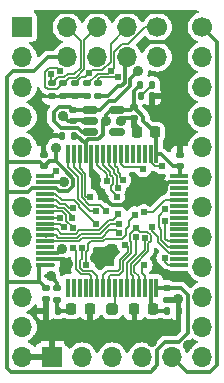
<source format=gbr>
%TF.GenerationSoftware,KiCad,Pcbnew,8.0.5*%
%TF.CreationDate,2025-06-26T13:10:10+01:00*%
%TF.ProjectId,sdrr rev d,73647272-2072-4657-9620-642e6b696361,rev?*%
%TF.SameCoordinates,Original*%
%TF.FileFunction,Copper,L1,Top*%
%TF.FilePolarity,Positive*%
%FSLAX46Y46*%
G04 Gerber Fmt 4.6, Leading zero omitted, Abs format (unit mm)*
G04 Created by KiCad (PCBNEW 8.0.5) date 2025-06-26 13:10:10*
%MOMM*%
%LPD*%
G01*
G04 APERTURE LIST*
G04 Aperture macros list*
%AMRoundRect*
0 Rectangle with rounded corners*
0 $1 Rounding radius*
0 $2 $3 $4 $5 $6 $7 $8 $9 X,Y pos of 4 corners*
0 Add a 4 corners polygon primitive as box body*
4,1,4,$2,$3,$4,$5,$6,$7,$8,$9,$2,$3,0*
0 Add four circle primitives for the rounded corners*
1,1,$1+$1,$2,$3*
1,1,$1+$1,$4,$5*
1,1,$1+$1,$6,$7*
1,1,$1+$1,$8,$9*
0 Add four rect primitives between the rounded corners*
20,1,$1+$1,$2,$3,$4,$5,0*
20,1,$1+$1,$4,$5,$6,$7,0*
20,1,$1+$1,$6,$7,$8,$9,0*
20,1,$1+$1,$8,$9,$2,$3,0*%
G04 Aperture macros list end*
%TA.AperFunction,SMDPad,CuDef*%
%ADD10RoundRect,0.135000X-0.135000X-0.185000X0.135000X-0.185000X0.135000X0.185000X-0.135000X0.185000X0*%
%TD*%
%TA.AperFunction,SMDPad,CuDef*%
%ADD11RoundRect,0.140000X-0.170000X0.140000X-0.170000X-0.140000X0.170000X-0.140000X0.170000X0.140000X0*%
%TD*%
%TA.AperFunction,SMDPad,CuDef*%
%ADD12RoundRect,0.225000X0.225000X0.250000X-0.225000X0.250000X-0.225000X-0.250000X0.225000X-0.250000X0*%
%TD*%
%TA.AperFunction,SMDPad,CuDef*%
%ADD13RoundRect,0.135000X-0.185000X0.135000X-0.185000X-0.135000X0.185000X-0.135000X0.185000X0.135000X0*%
%TD*%
%TA.AperFunction,SMDPad,CuDef*%
%ADD14RoundRect,0.150000X-0.512500X-0.150000X0.512500X-0.150000X0.512500X0.150000X-0.512500X0.150000X0*%
%TD*%
%TA.AperFunction,SMDPad,CuDef*%
%ADD15RoundRect,0.250000X-0.250000X-0.250000X0.250000X-0.250000X0.250000X0.250000X-0.250000X0.250000X0*%
%TD*%
%TA.AperFunction,SMDPad,CuDef*%
%ADD16RoundRect,0.140000X0.170000X-0.140000X0.170000X0.140000X-0.170000X0.140000X-0.170000X-0.140000X0*%
%TD*%
%TA.AperFunction,ComponentPad*%
%ADD17C,1.700000*%
%TD*%
%TA.AperFunction,ComponentPad*%
%ADD18O,1.700000X1.700000*%
%TD*%
%TA.AperFunction,ComponentPad*%
%ADD19R,1.700000X1.700000*%
%TD*%
%TA.AperFunction,SMDPad,CuDef*%
%ADD20RoundRect,0.135000X0.135000X0.185000X-0.135000X0.185000X-0.135000X-0.185000X0.135000X-0.185000X0*%
%TD*%
%TA.AperFunction,SMDPad,CuDef*%
%ADD21RoundRect,0.075000X-0.700000X0.075000X-0.700000X-0.075000X0.700000X-0.075000X0.700000X0.075000X0*%
%TD*%
%TA.AperFunction,SMDPad,CuDef*%
%ADD22RoundRect,0.075000X-0.075000X0.700000X-0.075000X-0.700000X0.075000X-0.700000X0.075000X0.700000X0*%
%TD*%
%TA.AperFunction,SMDPad,CuDef*%
%ADD23RoundRect,0.140000X0.140000X0.170000X-0.140000X0.170000X-0.140000X-0.170000X0.140000X-0.170000X0*%
%TD*%
%TA.AperFunction,SMDPad,CuDef*%
%ADD24RoundRect,0.225000X-0.225000X-0.250000X0.225000X-0.250000X0.225000X0.250000X-0.225000X0.250000X0*%
%TD*%
%TA.AperFunction,SMDPad,CuDef*%
%ADD25RoundRect,0.135000X0.185000X-0.135000X0.185000X0.135000X-0.185000X0.135000X-0.185000X-0.135000X0*%
%TD*%
%TA.AperFunction,SMDPad,CuDef*%
%ADD26RoundRect,0.147500X0.147500X0.172500X-0.147500X0.172500X-0.147500X-0.172500X0.147500X-0.172500X0*%
%TD*%
%TA.AperFunction,ViaPad*%
%ADD27C,0.914400*%
%TD*%
%TA.AperFunction,ViaPad*%
%ADD28C,0.609600*%
%TD*%
%TA.AperFunction,Conductor*%
%ADD29C,0.304800*%
%TD*%
%TA.AperFunction,Conductor*%
%ADD30C,0.152400*%
%TD*%
G04 APERTURE END LIST*
D10*
%TO.P,R3,1*%
%TO.N,+3V3*%
X111605600Y-36626800D03*
%TO.P,R3,2*%
%TO.N,Net-(D1-A)*%
X112625600Y-36626800D03*
%TD*%
D11*
%TO.P,C1,1*%
%TO.N,+5V*%
X105943400Y-38763000D03*
%TO.P,C1,2*%
%TO.N,GND*%
X105943400Y-39723000D03*
%TD*%
D12*
%TO.P,C3,1*%
%TO.N,+3V3*%
X112839800Y-40665400D03*
%TO.P,C3,2*%
%TO.N,GND*%
X111289800Y-40665400D03*
%TD*%
D13*
%TO.P,R6,1*%
%TO.N,SEL2*%
X104089200Y-36523200D03*
%TO.P,R6,2*%
%TO.N,GND*%
X104089200Y-37543200D03*
%TD*%
D11*
%TO.P,C2,1*%
%TO.N,+3V3*%
X111048800Y-38509000D03*
%TO.P,C2,2*%
%TO.N,GND*%
X111048800Y-39469000D03*
%TD*%
D13*
%TO.P,R5,1*%
%TO.N,SEL1*%
X105079800Y-36523200D03*
%TO.P,R5,2*%
%TO.N,GND*%
X105079800Y-37543200D03*
%TD*%
D14*
%TO.P,U3,1,VIN*%
%TO.N,+5V*%
X107351400Y-38760400D03*
%TO.P,U3,2,GND*%
%TO.N,GND*%
X107351400Y-39710400D03*
%TO.P,U3,3,EN*%
%TO.N,+5V*%
X107351400Y-40660400D03*
%TO.P,U3,4,NC*%
%TO.N,unconnected-(U3-NC-Pad4)*%
X109626400Y-40660400D03*
%TO.P,U3,5,VOUT*%
%TO.N,+3V3*%
X109626400Y-38760400D03*
%TD*%
D15*
%TO.P,TP1,1,1*%
%TO.N,MCO*%
X109220000Y-55609800D03*
%TD*%
D13*
%TO.P,R2,1*%
%TO.N,BOOT0*%
X107061000Y-36523200D03*
%TO.P,R2,2*%
%TO.N,GND*%
X107061000Y-37543200D03*
%TD*%
D16*
%TO.P,C7,1*%
%TO.N,+3V3*%
X103479600Y-43507600D03*
%TO.P,C7,2*%
%TO.N,GND*%
X103479600Y-42547600D03*
%TD*%
D11*
%TO.P,C6,1*%
%TO.N,+3V3*%
X113868200Y-53859800D03*
%TO.P,C6,2*%
%TO.N,GND*%
X113868200Y-54819800D03*
%TD*%
D10*
%TO.P,R8,1*%
%TO.N,GND*%
X103604600Y-55762200D03*
%TO.P,R8,2*%
%TO.N,Net-(C9-Pad1)*%
X104624600Y-55762200D03*
%TD*%
D17*
%TO.P,J3,1,Pin_1*%
%TO.N,BOOT0*%
X113030000Y-31750000D03*
D18*
%TO.P,J3,2,Pin_2*%
%TO.N,+3V3*%
X113030000Y-34290000D03*
%TO.P,J3,3,Pin_3*%
%TO.N,SEL0*%
X110490000Y-31750000D03*
%TO.P,J3,4,Pin_4*%
%TO.N,+3V3*%
X110490000Y-34290000D03*
%TO.P,J3,5,Pin_5*%
%TO.N,SEL1*%
X107950000Y-31750000D03*
%TO.P,J3,6,Pin_6*%
%TO.N,+3V3*%
X107950000Y-34290000D03*
%TO.P,J3,7,Pin_7*%
%TO.N,SEL2*%
X105410000Y-31750000D03*
%TO.P,J3,8,Pin_8*%
%TO.N,+3V3*%
X105410000Y-34290000D03*
%TD*%
D13*
%TO.P,R4,1*%
%TO.N,SEL0*%
X106070400Y-36523200D03*
%TO.P,R4,2*%
%TO.N,GND*%
X106070400Y-37543200D03*
%TD*%
D19*
%TO.P,U2,1,A7*%
%TO.N,A7*%
X101600000Y-31750000D03*
D18*
%TO.P,U2,2,A6*%
%TO.N,A6*%
X101600000Y-34290000D03*
%TO.P,U2,3,A5*%
%TO.N,A5*%
X101600000Y-36830000D03*
%TO.P,U2,4,A4*%
%TO.N,A4*%
X101600000Y-39370000D03*
%TO.P,U2,5,A3*%
%TO.N,A3*%
X101600000Y-41910000D03*
%TO.P,U2,6,A2*%
%TO.N,A2*%
X101600000Y-44450000D03*
%TO.P,U2,7,A1*%
%TO.N,A1*%
X101600000Y-46990000D03*
%TO.P,U2,8,A0*%
%TO.N,A0*%
X101600000Y-49530000D03*
%TO.P,U2,9,D0*%
%TO.N,D0*%
X101600000Y-52070000D03*
%TO.P,U2,10,D1*%
%TO.N,D1*%
X101600000Y-54610000D03*
%TO.P,U2,11,D2*%
%TO.N,D2*%
X101600000Y-57150000D03*
%TO.P,U2,12,GND*%
%TO.N,GND*%
X101600000Y-59690000D03*
%TO.P,U2,13,D3*%
%TO.N,D3*%
X116840000Y-59690000D03*
%TO.P,U2,14,D4*%
%TO.N,D4*%
X116840000Y-57150000D03*
%TO.P,U2,15,D5*%
%TO.N,D5*%
X116840000Y-54610000D03*
%TO.P,U2,16,D6*%
%TO.N,D6*%
X116840000Y-52070000D03*
%TO.P,U2,17,D7*%
%TO.N,D7*%
X116840000Y-49530000D03*
%TO.P,U2,18,A11*%
%TO.N,A11*%
X116840000Y-46990000D03*
%TO.P,U2,19,A10*%
%TO.N,A10*%
X116840000Y-44450000D03*
%TO.P,U2,20,~{CS}*%
%TO.N,CS1*%
X116840000Y-41910000D03*
%TO.P,U2,21,A12*%
%TO.N,A12*%
X116840000Y-39370000D03*
%TO.P,U2,22,A9*%
%TO.N,A9*%
X116840000Y-36830000D03*
%TO.P,U2,23,A8*%
%TO.N,A8*%
X116840000Y-34290000D03*
D17*
%TO.P,U2,24,VCC*%
%TO.N,+5V*%
X116840000Y-31750000D03*
%TD*%
D20*
%TO.P,R7,1*%
%TO.N,GND*%
X114860800Y-55762200D03*
%TO.P,R7,2*%
%TO.N,Net-(C8-Pad1)*%
X113840800Y-55762200D03*
%TD*%
D21*
%TO.P,U1,64,VDD*%
%TO.N,+3V3*%
X114895000Y-44383000D03*
%TO.P,U1,63,VSS*%
%TO.N,GND*%
X114895000Y-44883000D03*
%TO.P,U1,62,PB9*%
%TO.N,unconnected-(U1-PB9-Pad62)*%
X114895000Y-45383000D03*
%TO.P,U1,61,PB8*%
%TO.N,unconnected-(U1-PB8-Pad61)*%
X114895000Y-45883000D03*
%TO.P,U1,60,BOOT0*%
%TO.N,BOOT0*%
X114895000Y-46383000D03*
%TO.P,U1,59,PB7*%
%TO.N,unconnected-(U1-PB7-Pad59)*%
X114895000Y-46883000D03*
%TO.P,U1,58,PB6*%
%TO.N,unconnected-(U1-PB6-Pad58)*%
X114895000Y-47383000D03*
%TO.P,U1,57,PB5*%
%TO.N,unconnected-(U1-PB5-Pad57)*%
X114895000Y-47883000D03*
%TO.P,U1,56,PB4*%
%TO.N,unconnected-(U1-PB4-Pad56)*%
X114895000Y-48383000D03*
%TO.P,U1,55,PB3*%
%TO.N,unconnected-(U1-PB3-Pad55)*%
X114895000Y-48883000D03*
%TO.P,U1,54,PD2*%
%TO.N,unconnected-(U1-PD2-Pad54)*%
X114895000Y-49383000D03*
%TO.P,U1,53,PC12*%
%TO.N,A11*%
X114895000Y-49883000D03*
%TO.P,U1,52,PC11*%
%TO.N,A10*%
X114895000Y-50383000D03*
%TO.P,U1,51,PC10*%
%TO.N,CS1*%
X114895000Y-50883000D03*
%TO.P,U1,50,PA15*%
%TO.N,unconnected-(U1-PA15-Pad50)*%
X114895000Y-51383000D03*
%TO.P,U1,49,PA14*%
%TO.N,SWCLK*%
X114895000Y-51883000D03*
D22*
%TO.P,U1,48,VDD*%
%TO.N,+3V3*%
X112970000Y-53808000D03*
%TO.P,U1,47,VSS*%
%TO.N,Net-(C8-Pad1)*%
X112470000Y-53808000D03*
%TO.P,U1,46,PA13*%
%TO.N,SWDIO*%
X111970000Y-53808000D03*
%TO.P,U1,45,PA12*%
%TO.N,A12*%
X111470000Y-53808000D03*
%TO.P,U1,44,PA11*%
%TO.N,A11*%
X110970000Y-53808000D03*
%TO.P,U1,43,PA10*%
%TO.N,CS1*%
X110470000Y-53808000D03*
%TO.P,U1,42,PA9*%
%TO.N,unconnected-(U1-PA9-Pad42)*%
X109970000Y-53808000D03*
%TO.P,U1,41,PA8*%
%TO.N,MCO*%
X109470000Y-53808000D03*
%TO.P,U1,40,PC9*%
%TO.N,A12*%
X108970000Y-53808000D03*
%TO.P,U1,39,PC8*%
%TO.N,A8*%
X108470000Y-53808000D03*
%TO.P,U1,38,PC7*%
%TO.N,A3*%
X107970000Y-53808000D03*
%TO.P,U1,37,PC6*%
%TO.N,A2*%
X107470000Y-53808000D03*
%TO.P,U1,36,PB15*%
%TO.N,unconnected-(U1-PB15-Pad36)*%
X106970000Y-53808000D03*
%TO.P,U1,35,PB14*%
%TO.N,unconnected-(U1-PB14-Pad35)*%
X106470000Y-53808000D03*
%TO.P,U1,34,PB13*%
%TO.N,unconnected-(U1-PB13-Pad34)*%
X105970000Y-53808000D03*
%TO.P,U1,33,PB12*%
%TO.N,unconnected-(U1-PB12-Pad33)*%
X105470000Y-53808000D03*
D21*
%TO.P,U1,32,VDD*%
%TO.N,+3V3*%
X103545000Y-51883000D03*
%TO.P,U1,31,VSS*%
%TO.N,GND*%
X103545000Y-51383000D03*
%TO.P,U1,30,VCAP1*%
%TO.N,Net-(U1-VCAP1)*%
X103545000Y-50883000D03*
%TO.P,U1,29,PB10*%
%TO.N,unconnected-(U1-PB10-Pad29)*%
X103545000Y-50383000D03*
%TO.P,U1,28,PB2*%
%TO.N,SEL0*%
X103545000Y-49883000D03*
%TO.P,U1,27,PB1*%
%TO.N,SEL1*%
X103545000Y-49383000D03*
%TO.P,U1,26,PB0*%
%TO.N,SEL2*%
X103545000Y-48883000D03*
%TO.P,U1,25,PC5*%
%TO.N,A0*%
X103545000Y-48383000D03*
%TO.P,U1,24,PC4*%
%TO.N,A1*%
X103545000Y-47883000D03*
%TO.P,U1,23,PA7*%
%TO.N,D0*%
X103545000Y-47383000D03*
%TO.P,U1,22,PA6*%
%TO.N,D1*%
X103545000Y-46883000D03*
%TO.P,U1,21,PA5*%
%TO.N,D2*%
X103545000Y-46383000D03*
%TO.P,U1,20,PA4*%
%TO.N,D3*%
X103545000Y-45883000D03*
%TO.P,U1,19,VDD*%
%TO.N,+3V3*%
X103545000Y-45383000D03*
%TO.P,U1,18,VSS*%
%TO.N,GND*%
X103545000Y-44883000D03*
%TO.P,U1,17,PA3*%
%TO.N,D4*%
X103545000Y-44383000D03*
D22*
%TO.P,U1,16,PA2*%
%TO.N,D5*%
X105470000Y-42458000D03*
%TO.P,U1,15,PA1*%
%TO.N,D6*%
X105970000Y-42458000D03*
%TO.P,U1,14,PA0*%
%TO.N,D7*%
X106470000Y-42458000D03*
%TO.P,U1,13,VDDA*%
%TO.N,+3V3*%
X106970000Y-42458000D03*
%TO.P,U1,12,VSSA*%
%TO.N,GND*%
X107470000Y-42458000D03*
%TO.P,U1,11,PC3*%
%TO.N,A4*%
X107970000Y-42458000D03*
%TO.P,U1,10,PC2*%
%TO.N,A5*%
X108470000Y-42458000D03*
%TO.P,U1,9,PC1*%
%TO.N,A6*%
X108970000Y-42458000D03*
%TO.P,U1,8,PC0*%
%TO.N,A7*%
X109470000Y-42458000D03*
%TO.P,U1,7,NRST*%
%TO.N,NRST*%
X109970000Y-42458000D03*
%TO.P,U1,6,PH1*%
%TO.N,unconnected-(U1-PH1-Pad6)*%
X110470000Y-42458000D03*
%TO.P,U1,5,PH0*%
%TO.N,unconnected-(U1-PH0-Pad5)*%
X110970000Y-42458000D03*
%TO.P,U1,4,PC15*%
%TO.N,unconnected-(U1-PC15-Pad4)*%
X111470000Y-42458000D03*
%TO.P,U1,3,PC14*%
%TO.N,unconnected-(U1-PC14-Pad3)*%
X111970000Y-42458000D03*
%TO.P,U1,2,PC13*%
%TO.N,A9*%
X112470000Y-42458000D03*
%TO.P,U1,1,VBAT*%
%TO.N,+3V3*%
X112970000Y-42458000D03*
%TD*%
D11*
%TO.P,C4,1*%
%TO.N,+3V3*%
X103606600Y-53850600D03*
%TO.P,C4,2*%
%TO.N,GND*%
X103606600Y-54810600D03*
%TD*%
D23*
%TO.P,C5,1*%
%TO.N,+3V3*%
X105966200Y-40944800D03*
%TO.P,C5,2*%
%TO.N,GND*%
X105006200Y-40944800D03*
%TD*%
D12*
%TO.P,C8,1*%
%TO.N,Net-(C8-Pad1)*%
X112662000Y-55609800D03*
%TO.P,C8,2*%
%TO.N,GND*%
X111112000Y-55609800D03*
%TD*%
D24*
%TO.P,C9,1*%
%TO.N,Net-(C9-Pad1)*%
X105778000Y-55584400D03*
%TO.P,C9,2*%
%TO.N,GND*%
X107328000Y-55584400D03*
%TD*%
D25*
%TO.P,R9,1*%
%TO.N,Net-(C9-Pad1)*%
X104571800Y-54849800D03*
%TO.P,R9,2*%
%TO.N,Net-(U1-VCAP1)*%
X104571800Y-53829800D03*
%TD*%
D19*
%TO.P,J1,1,Pin_1*%
%TO.N,GND*%
X104140000Y-59690000D03*
D18*
%TO.P,J1,2,Pin_2*%
%TO.N,NRST*%
X106680000Y-59690000D03*
%TO.P,J1,3,Pin_3*%
%TO.N,SWDIO*%
X109220000Y-59690000D03*
%TO.P,J1,4,Pin_4*%
%TO.N,SWCLK*%
X111760000Y-59690000D03*
%TO.P,J1,5,Pin_5*%
%TO.N,+5V*%
X114300000Y-59690000D03*
%TD*%
D26*
%TO.P,D1,1,K*%
%TO.N,GND*%
X112600600Y-37592000D03*
%TO.P,D1,2,A*%
%TO.N,Net-(D1-A)*%
X111630600Y-37592000D03*
%TD*%
D16*
%TO.P,C10,1*%
%TO.N,+3V3*%
X114960400Y-43507600D03*
%TO.P,C10,2*%
%TO.N,GND*%
X114960400Y-42547600D03*
%TD*%
D25*
%TO.P,R1,1*%
%TO.N,+3V3*%
X108051600Y-37543200D03*
%TO.P,R1,2*%
%TO.N,NRST*%
X108051600Y-36523200D03*
%TD*%
D27*
%TO.N,Net-(U1-VCAP1)*%
X104004900Y-52840100D03*
X104978200Y-50568800D03*
%TO.N,GND*%
X105511600Y-51790600D03*
X102819200Y-58191400D03*
X103378000Y-57073800D03*
X114770800Y-54762400D03*
X115036600Y-38125400D03*
X115544600Y-40741600D03*
X115664316Y-58692116D03*
X112618184Y-58389184D03*
X105180251Y-44907200D03*
X107924600Y-58420000D03*
X103200200Y-38633400D03*
X107851498Y-44729400D03*
X109931200Y-39725600D03*
X105029000Y-39268400D03*
X107797600Y-51282600D03*
X110718600Y-58420000D03*
X105587800Y-58420000D03*
X103581200Y-30886400D03*
X114833400Y-30886400D03*
X103454200Y-41300400D03*
X113766600Y-52679600D03*
X113487200Y-45466000D03*
%TO.N,+5V*%
X111442216Y-35445984D03*
%TO.N,+3V3*%
X108699300Y-39687500D03*
X104470200Y-41960800D03*
D28*
%TO.N,NRST*%
X107044097Y-51854100D03*
X109674352Y-35994078D03*
X111836200Y-43764200D03*
X111150400Y-47618238D03*
%TO.N,SWCLK*%
X113663155Y-51282600D03*
%TO.N,SWDIO*%
X111951178Y-51892200D03*
%TO.N,SEL1*%
X104779519Y-35483800D03*
X109829317Y-48396859D03*
%TO.N,A2*%
X105879813Y-50416400D03*
%TO.N,SEL0*%
X107283219Y-35626516D03*
X109829317Y-49158862D03*
%TO.N,SEL2*%
X109756301Y-47570191D03*
X104063800Y-35763200D03*
%TO.N,BOOT0*%
X109163529Y-35428652D03*
X111887709Y-47425825D03*
%TO.N,A0*%
X105105954Y-48700212D03*
%TO.N,A8*%
X110305503Y-50191361D03*
%TO.N,D1*%
X105841799Y-47914643D03*
%TO.N,D4*%
X104458247Y-43953953D03*
%TO.N,A11*%
X111981929Y-49606200D03*
X113683839Y-48156341D03*
%TO.N,D2*%
X105871868Y-47036132D03*
%TO.N,A12*%
X111226600Y-48743570D03*
%TO.N,D5*%
X107848400Y-47343671D03*
%TO.N,D6*%
X108677992Y-47329403D03*
%TO.N,A9*%
X113453102Y-43501373D03*
%TO.N,A4*%
X108762800Y-44805600D03*
%TO.N,D3*%
X107848117Y-48439265D03*
%TO.N,A3*%
X106641816Y-50416400D03*
%TO.N,A1*%
X104775000Y-47879000D03*
%TO.N,D7*%
X107323962Y-46117438D03*
%TO.N,A7*%
X110134400Y-44711343D03*
%TO.N,A5*%
X109601000Y-46145839D03*
%TO.N,A10*%
X113678546Y-47177302D03*
%TO.N,CS1*%
X112617039Y-48636231D03*
X111226600Y-49505573D03*
%TO.N,D0*%
X105866917Y-48740000D03*
%TO.N,A6*%
X109728007Y-45394495D03*
%TD*%
D29*
%TO.N,Net-(C8-Pad1)*%
X112470000Y-53808000D02*
X112470000Y-55417800D01*
X112814400Y-55762200D02*
X112662000Y-55609800D01*
X112470000Y-55417800D02*
X112662000Y-55609800D01*
X113840800Y-55762200D02*
X112814400Y-55762200D01*
%TO.N,Net-(C9-Pad1)*%
X105600200Y-55762200D02*
X105778000Y-55584400D01*
X104571800Y-55709400D02*
X104624600Y-55762200D01*
X104624600Y-55762200D02*
X105600200Y-55762200D01*
X104571800Y-54849800D02*
X104571800Y-55709400D01*
%TO.N,Net-(U1-VCAP1)*%
X104978200Y-50568800D02*
X104664000Y-50883000D01*
X104664000Y-50883000D02*
X103545000Y-50883000D01*
X104571800Y-53407000D02*
X104571800Y-53829800D01*
X103606600Y-52848200D02*
X103614700Y-52840100D01*
X103614700Y-52840100D02*
X104004900Y-52840100D01*
X104004900Y-52840100D02*
X104571800Y-53407000D01*
%TO.N,GND*%
X111048800Y-40424400D02*
X111289800Y-40665400D01*
X104368600Y-30607000D02*
X104495600Y-30480000D01*
X108712000Y-46355000D02*
X109194600Y-46837600D01*
X103479600Y-42547600D02*
X103479600Y-41325800D01*
X107851498Y-44729400D02*
X107851498Y-45316698D01*
X105943400Y-39723000D02*
X105483600Y-39723000D01*
X104495600Y-30480000D02*
X114223800Y-30480000D01*
X107851498Y-45316698D02*
X108712000Y-46177200D01*
X107467400Y-43464816D02*
X107467400Y-42460600D01*
X104724200Y-44881800D02*
X104723000Y-44883000D01*
X105156051Y-44883000D02*
X105180251Y-44907200D01*
X111048800Y-39469000D02*
X111048800Y-40424400D01*
X109931200Y-39725600D02*
X110187800Y-39469000D01*
X107470000Y-44347902D02*
X107470000Y-42458000D01*
X114044800Y-44883000D02*
X113487200Y-45440600D01*
X105156051Y-44883000D02*
X104571800Y-44883000D01*
X103479600Y-41325800D02*
X103454200Y-41300400D01*
X107467400Y-42460600D02*
X107470000Y-42458000D01*
X114895000Y-44883000D02*
X114044800Y-44883000D01*
X105104000Y-51383000D02*
X103545000Y-51383000D01*
X103545000Y-44883000D02*
X105156051Y-44883000D01*
X105483600Y-39723000D02*
X105029000Y-39268400D01*
X103545000Y-44883000D02*
X104571800Y-44883000D01*
X114731800Y-32639000D02*
X114325400Y-33045400D01*
X109194600Y-46837600D02*
X110058200Y-46837600D01*
X108712000Y-46177200D02*
X108712000Y-46355000D01*
X107851498Y-44729400D02*
X107470000Y-44347902D01*
X114325400Y-33045400D02*
X111836200Y-33045400D01*
X105511600Y-51790600D02*
X105104000Y-51383000D01*
X103639914Y-55762200D02*
X103604600Y-55762200D01*
X110187800Y-39469000D02*
X111048800Y-39469000D01*
X114223800Y-30480000D02*
X114731800Y-30988000D01*
X104571800Y-44883000D02*
X104723000Y-44883000D01*
X110058200Y-46837600D02*
X110413800Y-46482000D01*
X113487200Y-45440600D02*
X113487200Y-45466000D01*
X114731800Y-30988000D02*
X114731800Y-32639000D01*
%TO.N,+5V*%
X105943400Y-38763000D02*
X107348800Y-38763000D01*
X105661400Y-38481000D02*
X105943400Y-38763000D01*
X116840000Y-31750000D02*
X118106600Y-33016600D01*
X104267000Y-38952769D02*
X104738769Y-38481000D01*
X107899200Y-38760400D02*
X107351400Y-38760400D01*
X108204000Y-38760400D02*
X108915200Y-38049200D01*
X108915200Y-38049200D02*
X109448600Y-38049200D01*
X118106600Y-33016600D02*
X118106600Y-60379200D01*
X105920600Y-38785800D02*
X105943400Y-38763000D01*
X109448600Y-38049200D02*
X110741152Y-36756648D01*
X106688901Y-40660400D02*
X106338301Y-40309800D01*
X118106600Y-60379200D02*
X117525800Y-60960000D01*
X107348800Y-38763000D02*
X107351400Y-38760400D01*
X104267000Y-39674800D02*
X104267000Y-38952769D01*
X107351400Y-40660400D02*
X106688901Y-40660400D01*
X115570000Y-60960000D02*
X114300000Y-59690000D01*
X107351400Y-38760400D02*
X108204000Y-38760400D01*
X106338301Y-40309800D02*
X104902000Y-40309800D01*
X110741152Y-36756648D02*
X110741152Y-36147048D01*
X104738769Y-38481000D02*
X105661400Y-38481000D01*
X117525800Y-60960000D02*
X115570000Y-60960000D01*
X104902000Y-40309800D02*
X104267000Y-39674800D01*
X110741152Y-36147048D02*
X111442216Y-35445984D01*
%TO.N,+3V3*%
X112839800Y-40653000D02*
X111861600Y-39674800D01*
X108407200Y-40914442D02*
X108056442Y-41265200D01*
X112471200Y-60960000D02*
X113030000Y-60401200D01*
X105219500Y-43853100D02*
X105942251Y-44575851D01*
X114960400Y-43507600D02*
X114960400Y-44317600D01*
X106881899Y-41555701D02*
X106970000Y-41643802D01*
X100812600Y-35509200D02*
X102565200Y-35509200D01*
X104749600Y-45669200D02*
X104463400Y-45383000D01*
X112839800Y-40665400D02*
X112839800Y-40653000D01*
X114373600Y-43507600D02*
X113324000Y-42458000D01*
X111861600Y-39321800D02*
X111048800Y-38509000D01*
X104470200Y-41960800D02*
X104470200Y-43103800D01*
X104470200Y-43103800D02*
X104698800Y-43332400D01*
X104463400Y-45383000D02*
X103545000Y-45383000D01*
X110794800Y-38760400D02*
X109626400Y-38760400D01*
X113868200Y-53859800D02*
X113021800Y-53859800D01*
X102565200Y-35509200D02*
X103784400Y-34290000D01*
X113324000Y-42458000D02*
X112970000Y-42458000D01*
X105942251Y-45222831D02*
X105495882Y-45669200D01*
X108699300Y-39687500D02*
X108407200Y-39979600D01*
X105966200Y-40944800D02*
X106270998Y-40944800D01*
X108887180Y-37543200D02*
X109676580Y-36753800D01*
X100330000Y-35991800D02*
X100812600Y-35509200D01*
X103047800Y-53263800D02*
X103339900Y-53555900D01*
X103545000Y-51883000D02*
X103494169Y-51883000D01*
X110283952Y-36477248D02*
X110283952Y-34496048D01*
X114858800Y-58420000D02*
X115620800Y-57658000D01*
X111030800Y-37201600D02*
X111030800Y-38491000D01*
X103047800Y-51883198D02*
X103047800Y-52552600D01*
X103545000Y-45383000D02*
X102470400Y-45383000D01*
X103047800Y-52552600D02*
X103047800Y-53263800D01*
X112839800Y-40550800D02*
X112839800Y-40665400D01*
X103152000Y-43180000D02*
X100330000Y-43180000D01*
X113021800Y-53859800D02*
X112970000Y-53808000D01*
X109093000Y-38760400D02*
X108699300Y-39154100D01*
X100330000Y-53314600D02*
X102997000Y-53314600D01*
X103911400Y-43103800D02*
X103507600Y-43507600D01*
X111861600Y-39674800D02*
X111861600Y-39321800D01*
X112970000Y-40795600D02*
X112970000Y-42458000D01*
X102133400Y-45720000D02*
X100330000Y-45720000D01*
X114960400Y-44317600D02*
X114895000Y-44383000D01*
X103479600Y-43507600D02*
X103152000Y-43180000D01*
X114960400Y-43507600D02*
X114373600Y-43507600D01*
X108699300Y-39154100D02*
X108699300Y-39687500D01*
X111046200Y-38509000D02*
X110794800Y-38760400D01*
X106970000Y-41643802D02*
X106970000Y-42458000D01*
X104698800Y-43332400D02*
X105219500Y-43853100D01*
X100685600Y-60960000D02*
X112471200Y-60960000D01*
X111048800Y-38509000D02*
X111046200Y-38509000D01*
X100330000Y-60604400D02*
X100685600Y-60960000D01*
X115023000Y-53859800D02*
X113868200Y-53859800D01*
X103784400Y-34290000D02*
X105410000Y-34290000D01*
X102997000Y-53314600D02*
X103047800Y-53263800D01*
X113030000Y-59055000D02*
X113665000Y-58420000D01*
X111605600Y-36626800D02*
X111030800Y-37201600D01*
X111030800Y-38491000D02*
X111048800Y-38509000D01*
X109676580Y-36753800D02*
X110007400Y-36753800D01*
X108056442Y-41265200D02*
X107172400Y-41265200D01*
X105495882Y-45669200D02*
X104749600Y-45669200D01*
X108051600Y-37543200D02*
X108887180Y-37543200D01*
X103606600Y-53822600D02*
X103339900Y-53555900D01*
X109626400Y-38760400D02*
X109093000Y-38760400D01*
X102470400Y-45383000D02*
X102133400Y-45720000D01*
X115620800Y-54457600D02*
X115023000Y-53859800D01*
X113665000Y-58420000D02*
X114858800Y-58420000D01*
X110007400Y-36753800D02*
X110283952Y-36477248D01*
X100330000Y-53314600D02*
X100330000Y-60604400D01*
X100330000Y-43180000D02*
X100330000Y-43434000D01*
X100330000Y-43434000D02*
X100330000Y-45720000D01*
X103606600Y-53850600D02*
X103606600Y-53822600D01*
X107172400Y-41265200D02*
X106881899Y-41555701D01*
X100330000Y-43434000D02*
X100330000Y-35991800D01*
X100330000Y-45720000D02*
X100330000Y-53314600D01*
X106270998Y-40944800D02*
X106881899Y-41555701D01*
X104698800Y-43332400D02*
X104597200Y-43230800D01*
X112839800Y-40665400D02*
X112970000Y-40795600D01*
X108407200Y-39979600D02*
X108407200Y-40914442D01*
X113030000Y-60401200D02*
X113030000Y-59055000D01*
X104248601Y-51883000D02*
X103545000Y-51883000D01*
X104470200Y-43103800D02*
X103911400Y-43103800D01*
X110283952Y-34496048D02*
X110490000Y-34290000D01*
X115620800Y-57658000D02*
X115620800Y-54457600D01*
X105942251Y-44575851D02*
X105942251Y-45222831D01*
X103507600Y-43507600D02*
X103479600Y-43507600D01*
D30*
%TO.N,NRST*%
X110629700Y-48138938D02*
X111150400Y-47618238D01*
X109386157Y-36017200D02*
X108178600Y-36017200D01*
X111836200Y-43764200D02*
X111658400Y-43586400D01*
X107175216Y-50101584D02*
X107389735Y-49887065D01*
X108051600Y-36144200D02*
X108051600Y-36523200D01*
X110388400Y-48869600D02*
X110629700Y-48628300D01*
X110186161Y-49556361D02*
X110388400Y-49354121D01*
X107044097Y-51854100D02*
X107044097Y-50768461D01*
X111658400Y-43586400D02*
X110210600Y-43586400D01*
X110210600Y-43586400D02*
X109970000Y-43345800D01*
X110629700Y-48628300D02*
X110629700Y-48138938D01*
X107044097Y-50768461D02*
X107175216Y-50637342D01*
X110388400Y-49354121D02*
X110388400Y-48869600D01*
X108447815Y-49887065D02*
X108642618Y-49692262D01*
X108642618Y-49692262D02*
X110050260Y-49692262D01*
X107175216Y-50637342D02*
X107175216Y-50101584D01*
X109674352Y-35994078D02*
X109409279Y-35994078D01*
X110050260Y-49692262D02*
X110186161Y-49556361D01*
X109970000Y-43345800D02*
X109970000Y-42458000D01*
X109409279Y-35994078D02*
X109386157Y-36017200D01*
X108178600Y-36017200D02*
X108051600Y-36144200D01*
X107389735Y-49887065D02*
X108447815Y-49887065D01*
%TO.N,SWCLK*%
X114895000Y-51883000D02*
X113935200Y-51883000D01*
X113935200Y-51883000D02*
X113663155Y-51610955D01*
X113663155Y-51610955D02*
X113663155Y-51282600D01*
%TO.N,SWDIO*%
X111951178Y-51892200D02*
X111734600Y-52108778D01*
X111970000Y-52825200D02*
X111970000Y-53808000D01*
X111734600Y-52108778D02*
X111734600Y-52589800D01*
X111734600Y-52589800D02*
X111970000Y-52825200D01*
%TO.N,SEL1*%
X105081800Y-36523200D02*
X105580400Y-36024600D01*
X106857800Y-35304748D02*
X106857800Y-32842200D01*
X105580400Y-36024600D02*
X106137948Y-36024600D01*
X103530400Y-35542258D02*
X103530400Y-36802350D01*
X109075917Y-48396859D02*
X108195311Y-49277465D01*
X108195311Y-49277465D02*
X106550787Y-49277465D01*
X103545000Y-49383000D02*
X103643913Y-49481913D01*
X104424800Y-49383000D02*
X103545000Y-49383000D01*
X103842858Y-35229800D02*
X103530400Y-35542258D01*
X104525519Y-35229800D02*
X103842858Y-35229800D01*
X106857800Y-32842200D02*
X107950000Y-31750000D01*
X106137948Y-36024600D02*
X106857800Y-35304748D01*
X109829317Y-48396859D02*
X109075917Y-48396859D01*
X104620000Y-49578200D02*
X104424800Y-49383000D01*
X106550787Y-49277465D02*
X106250052Y-49578200D01*
X103749850Y-37021800D02*
X104581200Y-37021800D01*
X105079800Y-36523200D02*
X105081800Y-36523200D01*
X104779519Y-35483800D02*
X104525519Y-35229800D01*
X103530400Y-36802350D02*
X103749850Y-37021800D01*
X104581200Y-37021800D02*
X105079800Y-36523200D01*
X106250052Y-49578200D02*
X104620000Y-49578200D01*
%TO.N,A2*%
X107302300Y-52692300D02*
X107470000Y-52860000D01*
X105887474Y-50416400D02*
X106197400Y-50726326D01*
X106616500Y-52692300D02*
X107302300Y-52692300D01*
X106197400Y-50726326D02*
X106197400Y-52273200D01*
X106197400Y-52273200D02*
X106616500Y-52692300D01*
X107470000Y-52860000D02*
X107470000Y-53808000D01*
X105879813Y-50416400D02*
X105887474Y-50416400D01*
%TO.N,SEL0*%
X106376304Y-49883000D02*
X103545000Y-49883000D01*
X108357771Y-35407600D02*
X109093000Y-34672371D01*
X109093000Y-33147000D02*
X110490000Y-31750000D01*
X107502135Y-35407600D02*
X108357771Y-35407600D01*
X106892535Y-36017200D02*
X107283219Y-35626516D01*
X109829317Y-49158862D02*
X109583166Y-48912711D01*
X109093000Y-34672371D02*
X109093000Y-33147000D01*
X106654600Y-36017200D02*
X106892535Y-36017200D01*
X106576400Y-36017200D02*
X106654600Y-36017200D01*
X109583166Y-48912711D02*
X108991117Y-48912711D01*
X108321563Y-49582265D02*
X106677039Y-49582265D01*
X106070400Y-36523200D02*
X106576400Y-36017200D01*
X107283219Y-35626516D02*
X107315000Y-35658297D01*
X106677039Y-49582265D02*
X106376304Y-49883000D01*
X108991117Y-48912711D02*
X108321563Y-49582265D01*
X107283219Y-35626516D02*
X107502135Y-35407600D01*
%TO.N,SEL2*%
X106123800Y-49273400D02*
X104924800Y-49273400D01*
X109756301Y-47622099D02*
X109286341Y-48092059D01*
X104063800Y-36497800D02*
X104089200Y-36523200D01*
X108949665Y-48092059D02*
X108069059Y-48972665D01*
X104534400Y-48883000D02*
X103545000Y-48883000D01*
X105454148Y-35719800D02*
X106011696Y-35719800D01*
X109286341Y-48092059D02*
X108949665Y-48092059D01*
X109756301Y-47570191D02*
X109756301Y-47622099D01*
X104063800Y-35763200D02*
X104063800Y-36497800D01*
X105156748Y-36017200D02*
X105454148Y-35719800D01*
X104089200Y-36523200D02*
X104595200Y-36017200D01*
X106011696Y-35719800D02*
X106553000Y-35178496D01*
X106424535Y-48972665D02*
X106123800Y-49273400D01*
X106553000Y-35178496D02*
X106553000Y-32893000D01*
X106553000Y-32893000D02*
X105410000Y-31750000D01*
X108069059Y-48972665D02*
X106424535Y-48972665D01*
X104924800Y-49273400D02*
X104534400Y-48883000D01*
X104595200Y-36017200D02*
X105156748Y-36017200D01*
%TO.N,BOOT0*%
X113718506Y-46383000D02*
X112675681Y-47425825D01*
X112015371Y-31750000D02*
X113030000Y-31750000D01*
X109163529Y-35428652D02*
X108879781Y-35712400D01*
X109397800Y-35194381D02*
X109397800Y-34899600D01*
X109397800Y-34544000D02*
X109397800Y-33832800D01*
X108879781Y-35712400D02*
X108024450Y-35712400D01*
X112675681Y-47425825D02*
X111887709Y-47425825D01*
X109397800Y-33832800D02*
X110032800Y-33197800D01*
X109397800Y-34544000D02*
X109397800Y-35194381D01*
X109397800Y-35194381D02*
X109163529Y-35428652D01*
X110032800Y-33197800D02*
X110567571Y-33197800D01*
X109397800Y-34899600D02*
X109397800Y-34544000D01*
X108024450Y-35712400D02*
X107213650Y-36523200D01*
X114895000Y-46383000D02*
X113718506Y-46383000D01*
X110567571Y-33197800D02*
X112015371Y-31750000D01*
X107213650Y-36523200D02*
X107061000Y-36523200D01*
X109397800Y-35177000D02*
X109397800Y-34899600D01*
%TO.N,A0*%
X103574400Y-48412400D02*
X103545000Y-48383000D01*
X104818142Y-48412400D02*
X103574400Y-48412400D01*
X105105954Y-48700212D02*
X104818142Y-48412400D01*
%TO.N,A8*%
X109702600Y-52425600D02*
X108788200Y-52425600D01*
X109860400Y-52267800D02*
X109702600Y-52425600D01*
X110389361Y-50191361D02*
X110534103Y-50336103D01*
X110534103Y-50336103D02*
X110534103Y-50782793D01*
X108788200Y-52425600D02*
X108470000Y-52743800D01*
X110305503Y-50191361D02*
X110389361Y-50191361D01*
X109860400Y-51456496D02*
X109860400Y-52267800D01*
X110534103Y-50782793D02*
X109860400Y-51456496D01*
X108470000Y-52743800D02*
X108470000Y-53808000D01*
%TO.N,D1*%
X104490200Y-46883000D02*
X104648000Y-47040800D01*
X103545000Y-46883000D02*
X104490200Y-46883000D01*
X105841799Y-47760405D02*
X105841799Y-47914643D01*
X105122194Y-47040800D02*
X105841799Y-47760405D01*
X104648000Y-47040800D02*
X105122194Y-47040800D01*
%TO.N,D4*%
X104458247Y-43953953D02*
X104029200Y-44383000D01*
X104029200Y-44383000D02*
X103545000Y-44383000D01*
%TO.N,A11*%
X113916400Y-49883000D02*
X114895000Y-49883000D01*
X110774800Y-51835252D02*
X110774800Y-52659600D01*
X113683839Y-48156341D02*
X113683839Y-48609039D01*
X113715800Y-49682400D02*
X113916400Y-49883000D01*
X113715800Y-48641000D02*
X113715800Y-49682400D01*
X111981929Y-50628123D02*
X110774800Y-51835252D01*
X110774800Y-52659600D02*
X110970000Y-52854800D01*
X110970000Y-52854800D02*
X110970000Y-53808000D01*
X113683839Y-48609039D02*
X113715800Y-48641000D01*
X111981929Y-49606200D02*
X111981929Y-50628123D01*
%TO.N,D2*%
X104825800Y-46736000D02*
X104472800Y-46383000D01*
X105871868Y-47036132D02*
X105548578Y-47036132D01*
X105248446Y-46736000D02*
X104825800Y-46736000D01*
X104472800Y-46383000D02*
X103545000Y-46383000D01*
X105548578Y-47036132D02*
X105248446Y-46736000D01*
%TO.N,A12*%
X112293400Y-50049071D02*
X112293400Y-50747704D01*
X112202871Y-49072800D02*
X112515329Y-49385258D01*
X112515329Y-49827142D02*
X112293400Y-50049071D01*
X111555830Y-49072800D02*
X112202871Y-49072800D01*
X110165200Y-51582374D02*
X110165200Y-52394052D01*
X111079600Y-52456400D02*
X111470000Y-52846800D01*
X111226600Y-48743570D02*
X111555830Y-49072800D01*
X110838903Y-50908671D02*
X110165200Y-51582374D01*
X110838903Y-49970419D02*
X110838903Y-50908671D01*
X111079600Y-51961504D02*
X111079600Y-52456400D01*
X110693200Y-49276000D02*
X110693200Y-49824716D01*
X112293400Y-50747704D02*
X111079600Y-51961504D01*
X111225630Y-48743570D02*
X110693200Y-49276000D01*
X108970000Y-52853400D02*
X108970000Y-53808000D01*
X109093000Y-52730400D02*
X108970000Y-52853400D01*
X112515329Y-49385258D02*
X112515329Y-49827142D01*
X109828852Y-52730400D02*
X109093000Y-52730400D01*
X110693200Y-49824716D02*
X110838903Y-49970419D01*
X110165200Y-52394052D02*
X109828852Y-52730400D01*
X111470000Y-52846800D02*
X111470000Y-53808000D01*
X111226600Y-48743570D02*
X111225630Y-48743570D01*
%TO.N,D5*%
X106323251Y-46302121D02*
X107364801Y-47343671D01*
X107364801Y-47343671D02*
X107848400Y-47343671D01*
X105470000Y-42458000D02*
X105470000Y-43564784D01*
X105470000Y-43564784D02*
X106323251Y-44418035D01*
X106323251Y-44418035D02*
X106323251Y-46302121D01*
%TO.N,D6*%
X108158860Y-46810271D02*
X107262453Y-46810271D01*
X107262453Y-46810271D02*
X106628051Y-46175869D01*
X106628051Y-46175869D02*
X106628051Y-44291783D01*
X106628051Y-44291783D02*
X105970000Y-43633732D01*
X108677992Y-47329403D02*
X108158860Y-46810271D01*
X105970000Y-43633732D02*
X105970000Y-42458000D01*
%TO.N,A9*%
X112470000Y-43164434D02*
X112470000Y-42458000D01*
X112806939Y-43501373D02*
X112470000Y-43164434D01*
X113453102Y-43501373D02*
X112806939Y-43501373D01*
%TO.N,A4*%
X108762800Y-44805600D02*
X108762800Y-44221400D01*
X108762800Y-44221400D02*
X107970000Y-43428600D01*
X107970000Y-43428600D02*
X107970000Y-42458000D01*
%TO.N,D3*%
X107848117Y-48437517D02*
X106405268Y-46994668D01*
X106021278Y-46431200D02*
X104952052Y-46431200D01*
X106405268Y-46994668D02*
X106405268Y-46815190D01*
X104952052Y-46431200D02*
X104403852Y-45883000D01*
X107848117Y-48439265D02*
X107848117Y-48437517D01*
X106405268Y-46815190D02*
X106021278Y-46431200D01*
X104403852Y-45883000D02*
X103545000Y-45883000D01*
%TO.N,MCO*%
X109470000Y-55359800D02*
X109220000Y-55609800D01*
X109470000Y-53808000D02*
X109470000Y-55359800D01*
%TO.N,A3*%
X106641816Y-51346184D02*
X106502200Y-51485800D01*
X107970000Y-52806600D02*
X107970000Y-53808000D01*
X106502200Y-51485800D02*
X106502200Y-52146948D01*
X107550900Y-52387500D02*
X107970000Y-52806600D01*
X106742752Y-52387500D02*
X107550900Y-52387500D01*
X106502200Y-52146948D02*
X106742752Y-52387500D01*
X106641816Y-50416400D02*
X106641816Y-51346184D01*
%TO.N,A1*%
X103545000Y-47883000D02*
X104771000Y-47883000D01*
X104771000Y-47883000D02*
X104775000Y-47879000D01*
%TO.N,D7*%
X107323962Y-46117438D02*
X107000672Y-46117438D01*
X107000672Y-46117438D02*
X106932851Y-46049617D01*
X106470000Y-43702680D02*
X106470000Y-42458000D01*
X106932851Y-46049617D02*
X106932851Y-44165531D01*
X106932851Y-44165531D02*
X106470000Y-43702680D01*
%TO.N,A7*%
X109677200Y-43984394D02*
X109677200Y-43688748D01*
X109905800Y-44482743D02*
X109905800Y-44212994D01*
X109905800Y-44212994D02*
X109677200Y-43984394D01*
X110134400Y-44711343D02*
X109905800Y-44482743D01*
X109470000Y-43481548D02*
X109470000Y-42458000D01*
X109677200Y-43688748D02*
X109470000Y-43481548D01*
%TO.N,A5*%
X109093000Y-45229742D02*
X109296200Y-45026542D01*
X109093000Y-45542948D02*
X109093000Y-45229742D01*
X109067600Y-44018200D02*
X108470000Y-43420600D01*
X109296200Y-45026542D02*
X109296200Y-44465498D01*
X109601000Y-46050948D02*
X109093000Y-45542948D01*
X109296200Y-44465498D02*
X109067600Y-44236898D01*
X109601000Y-46145839D02*
X109601000Y-46050948D01*
X109067600Y-44236898D02*
X109067600Y-44018200D01*
X108470000Y-43420600D02*
X108470000Y-42458000D01*
%TO.N,A10*%
X113385600Y-49783252D02*
X113985348Y-50383000D01*
X113678546Y-47177302D02*
X113150439Y-47705409D01*
X113385600Y-48895000D02*
X113385600Y-49783252D01*
X113985348Y-50383000D02*
X114895000Y-50383000D01*
X113150439Y-48659839D02*
X113385600Y-48895000D01*
X113150439Y-47705409D02*
X113150439Y-48659839D01*
%TO.N,CS1*%
X111226600Y-50952400D02*
X110470000Y-51709000D01*
X114054296Y-50883000D02*
X114895000Y-50883000D01*
X112617039Y-48636231D02*
X112617039Y-49055916D01*
X113080800Y-49519677D02*
X113080800Y-49909504D01*
X113080800Y-49909504D02*
X114054296Y-50883000D01*
X110470000Y-51709000D02*
X110470000Y-53808000D01*
X111226600Y-49505573D02*
X111226600Y-50952400D01*
X112617039Y-49055916D02*
X113080800Y-49519677D01*
%TO.N,D0*%
X105308400Y-47658058D02*
X105308400Y-48158400D01*
X105316812Y-48166812D02*
X105326896Y-48166812D01*
X103545000Y-47383000D02*
X103582400Y-47345600D01*
X105308400Y-48158400D02*
X105316812Y-48166812D01*
X105866917Y-48706833D02*
X105866917Y-48740000D01*
X103582400Y-47345600D02*
X104995942Y-47345600D01*
X104995942Y-47345600D02*
X105308400Y-47658058D01*
X105326896Y-48166812D02*
X105866917Y-48706833D01*
%TO.N,A6*%
X109601000Y-44339246D02*
X109372400Y-44110646D01*
X109372400Y-44110646D02*
X109372400Y-43815000D01*
X108970000Y-43412600D02*
X108970000Y-42458000D01*
X109728007Y-45394495D02*
X109885041Y-45394495D01*
X109601000Y-45110454D02*
X109601000Y-44339246D01*
X109372400Y-43815000D02*
X108970000Y-43412600D01*
X109885041Y-45394495D02*
X109601000Y-45110454D01*
%TO.N,Net-(D1-A)*%
X111630600Y-37592000D02*
X111660400Y-37592000D01*
X111660400Y-37592000D02*
X112625600Y-36626800D01*
%TD*%
%TA.AperFunction,Conductor*%
%TO.N,GND*%
G36*
X103674075Y-59497007D02*
G01*
X103640000Y-59624174D01*
X103640000Y-59755826D01*
X103674075Y-59882993D01*
X103706988Y-59940000D01*
X102033012Y-59940000D01*
X102065925Y-59882993D01*
X102100000Y-59755826D01*
X102100000Y-59624174D01*
X102065925Y-59497007D01*
X102033012Y-59440000D01*
X103706988Y-59440000D01*
X103674075Y-59497007D01*
G37*
%TD.AperFunction*%
%TA.AperFunction,Conductor*%
G36*
X114858282Y-54461188D02*
G01*
X114894710Y-54486558D01*
X115049995Y-54641843D01*
X115084021Y-54704155D01*
X115086900Y-54730938D01*
X115086900Y-57384662D01*
X115066898Y-57452783D01*
X115049995Y-57473757D01*
X114674557Y-57849195D01*
X114612245Y-57883221D01*
X114585462Y-57886100D01*
X113735290Y-57886100D01*
X113594711Y-57886100D01*
X113521945Y-57905597D01*
X113458924Y-57922483D01*
X113458917Y-57922486D01*
X113337179Y-57992772D01*
X113109369Y-58220583D01*
X112702178Y-58627774D01*
X112648387Y-58681565D01*
X112586074Y-58715590D01*
X112515258Y-58710524D01*
X112487021Y-58695682D01*
X112378102Y-58619416D01*
X112182809Y-58528349D01*
X112182804Y-58528347D01*
X111974668Y-58472577D01*
X111760000Y-58453796D01*
X111545331Y-58472577D01*
X111337195Y-58528347D01*
X111337190Y-58528349D01*
X111141897Y-58619416D01*
X110965386Y-58743010D01*
X110965380Y-58743015D01*
X110813015Y-58895380D01*
X110813010Y-58895386D01*
X110689416Y-59071897D01*
X110604195Y-59254654D01*
X110557277Y-59307939D01*
X110489000Y-59327400D01*
X110421040Y-59306858D01*
X110375805Y-59254654D01*
X110345656Y-59190000D01*
X110290584Y-59071898D01*
X110166987Y-58895383D01*
X110014617Y-58743013D01*
X109838102Y-58619416D01*
X109642807Y-58528348D01*
X109642805Y-58528347D01*
X109642804Y-58528347D01*
X109434668Y-58472577D01*
X109220000Y-58453796D01*
X109005331Y-58472577D01*
X108797195Y-58528347D01*
X108797190Y-58528349D01*
X108601897Y-58619416D01*
X108425386Y-58743010D01*
X108425380Y-58743015D01*
X108273015Y-58895380D01*
X108273010Y-58895386D01*
X108149416Y-59071897D01*
X108064195Y-59254654D01*
X108017277Y-59307939D01*
X107949000Y-59327400D01*
X107881040Y-59306858D01*
X107835805Y-59254654D01*
X107805656Y-59190000D01*
X107750584Y-59071898D01*
X107626987Y-58895383D01*
X107474617Y-58743013D01*
X107298102Y-58619416D01*
X107102807Y-58528348D01*
X107102805Y-58528347D01*
X107102804Y-58528347D01*
X106894668Y-58472577D01*
X106680000Y-58453796D01*
X106465331Y-58472577D01*
X106257195Y-58528347D01*
X106257190Y-58528349D01*
X106061897Y-58619416D01*
X105885386Y-58743010D01*
X105885380Y-58743015D01*
X105733015Y-58895380D01*
X105733010Y-58895386D01*
X105719213Y-58915091D01*
X105663755Y-58959419D01*
X105593136Y-58966728D01*
X105529776Y-58934697D01*
X105493791Y-58873496D01*
X105490000Y-58842820D01*
X105490000Y-58792176D01*
X105489999Y-58792159D01*
X105483599Y-58732628D01*
X105433352Y-58597910D01*
X105347189Y-58482810D01*
X105232089Y-58396647D01*
X105097371Y-58346400D01*
X105037840Y-58340000D01*
X104390000Y-58340000D01*
X104390000Y-59256988D01*
X104332993Y-59224075D01*
X104205826Y-59190000D01*
X104074174Y-59190000D01*
X103947007Y-59224075D01*
X103890000Y-59256988D01*
X103890000Y-58340000D01*
X103242159Y-58340000D01*
X103182628Y-58346400D01*
X103047910Y-58396647D01*
X102932810Y-58482810D01*
X102846648Y-58597909D01*
X102798473Y-58727072D01*
X102755926Y-58783907D01*
X102689405Y-58808718D01*
X102620031Y-58793626D01*
X102591321Y-58772134D01*
X102471076Y-58651888D01*
X102471073Y-58651886D01*
X102277579Y-58516400D01*
X102277576Y-58516399D01*
X102175542Y-58468819D01*
X102122257Y-58421901D01*
X102102796Y-58353624D01*
X102123338Y-58285664D01*
X102175540Y-58240430D01*
X102218102Y-58220584D01*
X102394617Y-58096987D01*
X102546987Y-57944617D01*
X102670584Y-57768102D01*
X102761652Y-57572807D01*
X102817423Y-57364665D01*
X102836204Y-57150000D01*
X102817423Y-56935335D01*
X102761652Y-56727193D01*
X102670584Y-56531898D01*
X102546987Y-56355383D01*
X102394617Y-56203013D01*
X102394201Y-56202722D01*
X102218102Y-56079416D01*
X102199280Y-56070639D01*
X102073958Y-56012200D01*
X102834669Y-56012200D01*
X102837432Y-56047322D01*
X102837432Y-56047323D01*
X102882195Y-56201397D01*
X102963861Y-56339485D01*
X102963866Y-56339492D01*
X103077307Y-56452933D01*
X103077314Y-56452938D01*
X103215402Y-56534604D01*
X103354600Y-56575044D01*
X103354600Y-56012200D01*
X102834669Y-56012200D01*
X102073958Y-56012200D01*
X102035344Y-55994194D01*
X101982060Y-55947278D01*
X101962599Y-55879000D01*
X101983141Y-55811040D01*
X102035343Y-55765805D01*
X102218102Y-55680584D01*
X102394617Y-55556987D01*
X102546987Y-55404617D01*
X102642832Y-55267735D01*
X102698289Y-55223408D01*
X102768908Y-55216099D01*
X102832269Y-55248129D01*
X102868254Y-55309331D01*
X102867042Y-55375159D01*
X102837433Y-55477073D01*
X102837432Y-55477077D01*
X102834669Y-55512200D01*
X103354600Y-55512200D01*
X103354600Y-54953391D01*
X103356600Y-54946579D01*
X103356600Y-54686600D01*
X103376602Y-54618479D01*
X103430258Y-54571986D01*
X103482600Y-54560600D01*
X103730600Y-54560600D01*
X103798721Y-54580602D01*
X103845214Y-54634258D01*
X103856600Y-54686600D01*
X103856600Y-55579409D01*
X103854600Y-55586220D01*
X103854600Y-56575044D01*
X103993797Y-56534604D01*
X104131886Y-56452938D01*
X104139133Y-56445691D01*
X104201444Y-56411664D01*
X104272260Y-56416726D01*
X104274456Y-56417568D01*
X104366160Y-56453732D01*
X104366159Y-56453732D01*
X104392396Y-56456882D01*
X104449164Y-56463700D01*
X104449165Y-56463700D01*
X104800035Y-56463700D01*
X104800036Y-56463700D01*
X104883039Y-56453732D01*
X105015122Y-56401645D01*
X105079788Y-56352606D01*
X105146150Y-56327384D01*
X105215616Y-56342044D01*
X105232619Y-56353039D01*
X105247133Y-56364176D01*
X105394672Y-56425289D01*
X105513251Y-56440900D01*
X106042748Y-56440899D01*
X106161328Y-56425289D01*
X106308867Y-56364176D01*
X106390160Y-56301797D01*
X106456380Y-56276197D01*
X106525929Y-56290462D01*
X106555959Y-56312665D01*
X106650261Y-56406967D01*
X106650267Y-56406972D01*
X106794516Y-56495946D01*
X106955393Y-56549255D01*
X106955399Y-56549256D01*
X107054676Y-56559399D01*
X107078000Y-56559398D01*
X107078000Y-55460400D01*
X107098002Y-55392279D01*
X107151658Y-55345786D01*
X107204000Y-55334400D01*
X107452000Y-55334400D01*
X107520121Y-55354402D01*
X107566614Y-55408058D01*
X107578000Y-55460400D01*
X107578000Y-56559399D01*
X107601314Y-56559399D01*
X107700602Y-56549256D01*
X107861483Y-56495946D01*
X108005732Y-56406972D01*
X108005738Y-56406967D01*
X108125567Y-56287138D01*
X108125574Y-56287129D01*
X108201626Y-56163830D01*
X108254412Y-56116351D01*
X108324486Y-56104948D01*
X108389602Y-56133240D01*
X108417320Y-56165837D01*
X108467049Y-56249925D01*
X108467055Y-56249932D01*
X108579867Y-56362744D01*
X108579874Y-56362750D01*
X108717203Y-56443966D01*
X108717206Y-56443966D01*
X108717208Y-56443968D01*
X108870426Y-56488482D01*
X108885770Y-56489689D01*
X108906222Y-56491300D01*
X108906230Y-56491300D01*
X109533778Y-56491300D01*
X109552865Y-56489797D01*
X109569574Y-56488482D01*
X109722792Y-56443968D01*
X109722794Y-56443966D01*
X109722796Y-56443966D01*
X109857719Y-56364173D01*
X109860127Y-56362749D01*
X109972949Y-56249927D01*
X110015011Y-56178802D01*
X110066902Y-56130353D01*
X110136752Y-56117647D01*
X110202383Y-56144722D01*
X110230703Y-56176797D01*
X110314423Y-56312526D01*
X110314432Y-56312538D01*
X110434261Y-56432367D01*
X110434267Y-56432372D01*
X110578516Y-56521346D01*
X110739393Y-56574655D01*
X110739399Y-56574656D01*
X110838676Y-56584799D01*
X110862000Y-56584798D01*
X110862000Y-55485800D01*
X110882002Y-55417679D01*
X110935658Y-55371186D01*
X110988000Y-55359800D01*
X111236000Y-55359800D01*
X111304121Y-55379802D01*
X111350614Y-55433458D01*
X111362000Y-55485800D01*
X111362000Y-56584799D01*
X111385314Y-56584799D01*
X111484602Y-56574656D01*
X111645483Y-56521346D01*
X111789732Y-56432372D01*
X111884039Y-56338065D01*
X111946351Y-56304040D01*
X112017167Y-56309104D01*
X112049837Y-56327196D01*
X112131133Y-56389576D01*
X112278672Y-56450689D01*
X112397251Y-56466300D01*
X112926748Y-56466299D01*
X113045328Y-56450689D01*
X113192867Y-56389576D01*
X113236649Y-56355980D01*
X113302869Y-56330380D01*
X113372418Y-56344644D01*
X113389487Y-56355546D01*
X113450274Y-56401642D01*
X113450278Y-56401645D01*
X113582360Y-56453732D01*
X113582359Y-56453732D01*
X113608596Y-56456882D01*
X113665364Y-56463700D01*
X113665365Y-56463700D01*
X114016235Y-56463700D01*
X114016236Y-56463700D01*
X114099239Y-56453732D01*
X114190944Y-56417567D01*
X114261651Y-56411185D01*
X114324587Y-56444043D01*
X114326262Y-56445688D01*
X114333507Y-56452933D01*
X114333514Y-56452938D01*
X114471602Y-56534604D01*
X114610800Y-56575044D01*
X114610800Y-55069800D01*
X114099549Y-55069800D01*
X114084525Y-55068901D01*
X114016237Y-55060700D01*
X114016236Y-55060700D01*
X113744200Y-55060700D01*
X113676079Y-55040698D01*
X113629586Y-54987042D01*
X113618200Y-54934700D01*
X113618200Y-54695800D01*
X113638202Y-54627679D01*
X113691858Y-54581186D01*
X113744200Y-54569800D01*
X114672705Y-54569800D01*
X114684780Y-54553716D01*
X114684820Y-54539812D01*
X114723373Y-54480195D01*
X114788037Y-54450885D01*
X114858282Y-54461188D01*
G37*
%TD.AperFunction*%
%TA.AperFunction,Conductor*%
G36*
X116039921Y-58098092D02*
G01*
X116068156Y-58112933D01*
X116221898Y-58220584D01*
X116361462Y-58285664D01*
X116404654Y-58305805D01*
X116457939Y-58352723D01*
X116477400Y-58421000D01*
X116456858Y-58488960D01*
X116404654Y-58534195D01*
X116221897Y-58619416D01*
X116045386Y-58743010D01*
X116045380Y-58743015D01*
X115893015Y-58895380D01*
X115893010Y-58895386D01*
X115769416Y-59071897D01*
X115684195Y-59254654D01*
X115637277Y-59307939D01*
X115569000Y-59327400D01*
X115501040Y-59306858D01*
X115455805Y-59254654D01*
X115425656Y-59190000D01*
X115370584Y-59071898D01*
X115262934Y-58918158D01*
X115240247Y-58850886D01*
X115257532Y-58782026D01*
X115277049Y-58756798D01*
X115906796Y-58127051D01*
X115969106Y-58093027D01*
X116039921Y-58098092D01*
G37*
%TD.AperFunction*%
%TA.AperFunction,Conductor*%
G36*
X112959612Y-50436056D02*
G01*
X112966195Y-50442185D01*
X113158398Y-50634388D01*
X113192424Y-50696700D01*
X113187359Y-50767515D01*
X113152863Y-50817789D01*
X113145686Y-50824148D01*
X113145677Y-50824157D01*
X113051004Y-50961314D01*
X112991901Y-51117153D01*
X112971814Y-51282596D01*
X112971814Y-51282603D01*
X112991901Y-51448046D01*
X113051004Y-51603885D01*
X113145678Y-51741042D01*
X113145680Y-51741045D01*
X113261515Y-51843665D01*
X113287079Y-51874973D01*
X113296904Y-51891990D01*
X113654166Y-52249251D01*
X113654167Y-52249252D01*
X113654169Y-52249253D01*
X113758532Y-52309507D01*
X113758535Y-52309508D01*
X113867441Y-52338690D01*
X113874943Y-52340700D01*
X113903329Y-52340700D01*
X113971450Y-52360702D01*
X113978133Y-52365308D01*
X113979283Y-52366157D01*
X114109173Y-52411608D01*
X114140014Y-52414500D01*
X114140017Y-52414500D01*
X115561620Y-52414500D01*
X115629741Y-52434502D01*
X115675965Y-52487847D01*
X115676023Y-52487821D01*
X115676117Y-52488023D01*
X115676234Y-52488158D01*
X115676623Y-52489109D01*
X115722976Y-52588512D01*
X115769416Y-52688102D01*
X115893013Y-52864617D01*
X116045383Y-53016987D01*
X116221898Y-53140584D01*
X116345670Y-53198300D01*
X116404654Y-53225805D01*
X116457939Y-53272723D01*
X116477400Y-53341000D01*
X116456858Y-53408960D01*
X116404654Y-53454195D01*
X116221897Y-53539416D01*
X116045386Y-53663010D01*
X115902416Y-53805979D01*
X115840103Y-53840004D01*
X115769288Y-53834938D01*
X115724227Y-53805979D01*
X115350822Y-53432574D01*
X115350821Y-53432573D01*
X115350820Y-53432572D01*
X115229082Y-53362286D01*
X115229079Y-53362285D01*
X115229078Y-53362284D01*
X115229076Y-53362283D01*
X115229075Y-53362283D01*
X115192688Y-53352533D01*
X115093289Y-53325900D01*
X115093287Y-53325900D01*
X114424210Y-53325900D01*
X114356089Y-53305898D01*
X114348077Y-53300298D01*
X114296197Y-53260956D01*
X114296193Y-53260954D01*
X114162834Y-53208363D01*
X114162835Y-53208363D01*
X114079029Y-53198300D01*
X113657376Y-53198300D01*
X113657364Y-53198301D01*
X113642521Y-53200084D01*
X113572502Y-53188346D01*
X113519944Y-53140616D01*
X113501500Y-53074983D01*
X113501500Y-53053017D01*
X113501500Y-53053014D01*
X113498608Y-53022173D01*
X113453157Y-52892283D01*
X113371440Y-52781560D01*
X113260717Y-52699843D01*
X113260714Y-52699842D01*
X113260713Y-52699841D01*
X113130832Y-52654393D01*
X113130827Y-52654392D01*
X113099988Y-52651500D01*
X113099986Y-52651500D01*
X112840014Y-52651500D01*
X112840011Y-52651500D01*
X112809171Y-52654392D01*
X112761614Y-52671033D01*
X112690710Y-52674651D01*
X112678386Y-52671033D01*
X112630828Y-52654392D01*
X112599988Y-52651500D01*
X112599986Y-52651500D01*
X112470967Y-52651500D01*
X112402846Y-52631498D01*
X112361855Y-52588512D01*
X112358580Y-52582841D01*
X112341834Y-52513848D01*
X112365047Y-52446753D01*
X112384140Y-52425516D01*
X112399842Y-52411606D01*
X112412662Y-52400248D01*
X112468649Y-52350649D01*
X112468650Y-52350647D01*
X112468654Y-52350644D01*
X112563330Y-52213482D01*
X112622430Y-52057649D01*
X112622430Y-52057648D01*
X112622431Y-52057646D01*
X112642519Y-51892203D01*
X112642519Y-51892196D01*
X112622431Y-51726753D01*
X112577433Y-51608104D01*
X112563330Y-51570918D01*
X112563328Y-51570916D01*
X112563328Y-51570914D01*
X112513683Y-51498992D01*
X112468654Y-51433756D01*
X112455360Y-51421978D01*
X112417635Y-51361837D01*
X112418413Y-51290844D01*
X112449816Y-51238573D01*
X112659651Y-51028739D01*
X112699649Y-50959459D01*
X112719908Y-50924369D01*
X112751100Y-50807961D01*
X112751100Y-50531280D01*
X112771102Y-50463159D01*
X112824758Y-50416666D01*
X112895032Y-50406562D01*
X112959612Y-50436056D01*
G37*
%TD.AperFunction*%
%TA.AperFunction,Conductor*%
G36*
X105675658Y-51189803D02*
G01*
X105725138Y-51240717D01*
X105739700Y-51299517D01*
X105739700Y-52333461D01*
X105770891Y-52449865D01*
X105770893Y-52449869D01*
X105784539Y-52473506D01*
X105801276Y-52542501D01*
X105778054Y-52609593D01*
X105722247Y-52653479D01*
X105651571Y-52660227D01*
X105633804Y-52655433D01*
X105630829Y-52654392D01*
X105630831Y-52654392D01*
X105599988Y-52651500D01*
X105599986Y-52651500D01*
X105340014Y-52651500D01*
X105340011Y-52651500D01*
X105309172Y-52654392D01*
X105309167Y-52654393D01*
X105179286Y-52699841D01*
X105068556Y-52781562D01*
X105063053Y-52789019D01*
X105006505Y-52831948D01*
X104935725Y-52837489D01*
X104873185Y-52803884D01*
X104838742Y-52741802D01*
X104836372Y-52727384D01*
X104829791Y-52664764D01*
X104811865Y-52609593D01*
X104775313Y-52497095D01*
X104775309Y-52497088D01*
X104772837Y-52492807D01*
X104754567Y-52461162D01*
X104687164Y-52344414D01*
X104685969Y-52342770D01*
X104685571Y-52341656D01*
X104683859Y-52338690D01*
X104684401Y-52338376D01*
X104662107Y-52275904D01*
X104678183Y-52206751D01*
X104678684Y-52205872D01*
X104746117Y-52089078D01*
X104782501Y-51953289D01*
X104782501Y-51812711D01*
X104769197Y-51763059D01*
X104770885Y-51692088D01*
X104774495Y-51682231D01*
X104805199Y-51608105D01*
X104805200Y-51608104D01*
X104817187Y-51517054D01*
X104845909Y-51452127D01*
X104905175Y-51413035D01*
X104942109Y-51407500D01*
X105066351Y-51407500D01*
X105238800Y-51370845D01*
X105399860Y-51299137D01*
X105539639Y-51197580D01*
X105606507Y-51173723D01*
X105675658Y-51189803D01*
G37*
%TD.AperFunction*%
%TA.AperFunction,Conductor*%
G36*
X109565630Y-50169964D02*
G01*
X109612123Y-50223620D01*
X109622590Y-50260775D01*
X109634249Y-50356807D01*
X109693352Y-50512646D01*
X109754052Y-50600584D01*
X109788027Y-50649805D01*
X109810734Y-50669922D01*
X109848460Y-50730065D01*
X109847681Y-50801057D01*
X109816278Y-50853330D01*
X109494151Y-51175458D01*
X109494146Y-51175464D01*
X109433893Y-51279825D01*
X109433149Y-51282603D01*
X109411919Y-51361837D01*
X109404980Y-51387733D01*
X109404978Y-51387738D01*
X109402700Y-51396238D01*
X109402700Y-51841900D01*
X109382698Y-51910021D01*
X109329042Y-51956514D01*
X109276700Y-51967900D01*
X108848458Y-51967900D01*
X108727943Y-51967900D01*
X108650337Y-51988694D01*
X108611533Y-51999092D01*
X108507169Y-52059346D01*
X108507163Y-52059351D01*
X108277694Y-52288819D01*
X108215382Y-52322844D01*
X108144566Y-52317778D01*
X108099505Y-52288819D01*
X107831935Y-52021249D01*
X107794911Y-51999873D01*
X107745919Y-51948492D01*
X107732482Y-51878779D01*
X107732825Y-51875610D01*
X107735438Y-51854100D01*
X107735438Y-51854097D01*
X107715350Y-51688653D01*
X107683200Y-51603882D01*
X107656249Y-51532818D01*
X107656247Y-51532816D01*
X107656247Y-51532814D01*
X107587872Y-51433757D01*
X107561573Y-51395656D01*
X107544242Y-51380302D01*
X107506518Y-51320157D01*
X107501797Y-51285991D01*
X107501797Y-51010237D01*
X107521799Y-50942116D01*
X107538702Y-50921141D01*
X107541467Y-50918377D01*
X107601724Y-50814008D01*
X107618067Y-50753014D01*
X107632916Y-50697599D01*
X107632916Y-50470765D01*
X107652918Y-50402644D01*
X107706574Y-50356151D01*
X107758916Y-50344765D01*
X108508073Y-50344765D01*
X108624481Y-50313573D01*
X108728850Y-50253316D01*
X108795300Y-50186865D01*
X108857610Y-50152842D01*
X108884394Y-50149962D01*
X109497509Y-50149962D01*
X109565630Y-50169964D01*
G37*
%TD.AperFunction*%
%TA.AperFunction,Conductor*%
G36*
X112629420Y-43927652D02*
G01*
X112630273Y-43927880D01*
X112630274Y-43927881D01*
X112746682Y-43959073D01*
X112887001Y-43959073D01*
X112955122Y-43979075D01*
X112970551Y-43990758D01*
X113060376Y-44070335D01*
X113207949Y-44147788D01*
X113369770Y-44187673D01*
X113369773Y-44187673D01*
X113536431Y-44187673D01*
X113536434Y-44187673D01*
X113582345Y-44176357D01*
X113653273Y-44179474D01*
X113711256Y-44220444D01*
X113737885Y-44286258D01*
X113738500Y-44298695D01*
X113738500Y-44415609D01*
X113718498Y-44483730D01*
X113712464Y-44492311D01*
X113692736Y-44518021D01*
X113634800Y-44657894D01*
X113624912Y-44732999D01*
X113624912Y-44733000D01*
X113766988Y-44733000D01*
X113835109Y-44753002D01*
X113861707Y-44777937D01*
X113861882Y-44777763D01*
X113867282Y-44783163D01*
X113868370Y-44784183D01*
X113868561Y-44784442D01*
X113875236Y-44791117D01*
X113873369Y-44792983D01*
X113907675Y-44838175D01*
X113913216Y-44908955D01*
X113879610Y-44971494D01*
X113872227Y-44977891D01*
X113868561Y-44981557D01*
X113868370Y-44981817D01*
X113868087Y-44982031D01*
X113861882Y-44988237D01*
X113861033Y-44987388D01*
X113811827Y-45024752D01*
X113766988Y-45033000D01*
X113624912Y-45033000D01*
X113634800Y-45108105D01*
X113692735Y-45247977D01*
X113712462Y-45273685D01*
X113738063Y-45339906D01*
X113738500Y-45350390D01*
X113738500Y-45512988D01*
X113741392Y-45543828D01*
X113758033Y-45591386D01*
X113761651Y-45662290D01*
X113758033Y-45674614D01*
X113741392Y-45722171D01*
X113738500Y-45753011D01*
X113738500Y-45807113D01*
X113718498Y-45875234D01*
X113664842Y-45921727D01*
X113645112Y-45928820D01*
X113573032Y-45948134D01*
X113573031Y-45948133D01*
X113541839Y-45956491D01*
X113541837Y-45956492D01*
X113437474Y-46016746D01*
X113437464Y-46016754D01*
X112532350Y-46921869D01*
X112470038Y-46955895D01*
X112399223Y-46950830D01*
X112359702Y-46927087D01*
X112310943Y-46883891D01*
X112280435Y-46856863D01*
X112132862Y-46779410D01*
X112132860Y-46779409D01*
X111971042Y-46739525D01*
X111971041Y-46739525D01*
X111804377Y-46739525D01*
X111804375Y-46739525D01*
X111642557Y-46779409D01*
X111642555Y-46779410D01*
X111494982Y-46856863D01*
X111421318Y-46922122D01*
X111357064Y-46952321D01*
X111307614Y-46950147D01*
X111233737Y-46931938D01*
X111233732Y-46931938D01*
X111067068Y-46931938D01*
X111067066Y-46931938D01*
X110905248Y-46971822D01*
X110905246Y-46971823D01*
X110757673Y-47049276D01*
X110632925Y-47159792D01*
X110632921Y-47159796D01*
X110573627Y-47245698D01*
X110518468Y-47290398D01*
X110447900Y-47298180D01*
X110384326Y-47266574D01*
X110366236Y-47245697D01*
X110273777Y-47111747D01*
X110273775Y-47111745D01*
X110149027Y-47001229D01*
X110009635Y-46928069D01*
X109958613Y-46878700D01*
X109942381Y-46809584D01*
X109966093Y-46742664D01*
X109988667Y-46720585D01*
X109988021Y-46719855D01*
X109993726Y-46714801D01*
X110118476Y-46604283D01*
X110213152Y-46467121D01*
X110272252Y-46311288D01*
X110272252Y-46311287D01*
X110272253Y-46311285D01*
X110292341Y-46145842D01*
X110292341Y-46145835D01*
X110272253Y-45980392D01*
X110255014Y-45934938D01*
X110249560Y-45864151D01*
X110269130Y-45818681D01*
X110340157Y-45715780D01*
X110340157Y-45715779D01*
X110340159Y-45715777D01*
X110399259Y-45559944D01*
X110399259Y-45559943D01*
X110399260Y-45559941D01*
X110418850Y-45398597D01*
X110446917Y-45333384D01*
X110485375Y-45302216D01*
X110527126Y-45280305D01*
X110651876Y-45169787D01*
X110746552Y-45032625D01*
X110805652Y-44876792D01*
X110805652Y-44876791D01*
X110805653Y-44876789D01*
X110825741Y-44711346D01*
X110825741Y-44711339D01*
X110805653Y-44545896D01*
X110778274Y-44473705D01*
X110746552Y-44390061D01*
X110746550Y-44390059D01*
X110746550Y-44390057D01*
X110647546Y-44246626D01*
X110648825Y-44245742D01*
X110622343Y-44189396D01*
X110631677Y-44119016D01*
X110677580Y-44064854D01*
X110745477Y-44044108D01*
X110746857Y-44044100D01*
X111129354Y-44044100D01*
X111197475Y-44064102D01*
X111233050Y-44098524D01*
X111318722Y-44222642D01*
X111318724Y-44222644D01*
X111443474Y-44333162D01*
X111591047Y-44410615D01*
X111752868Y-44450500D01*
X111752871Y-44450500D01*
X111919529Y-44450500D01*
X111919532Y-44450500D01*
X112081353Y-44410615D01*
X112228926Y-44333162D01*
X112353676Y-44222644D01*
X112448352Y-44085482D01*
X112478997Y-44004677D01*
X112521853Y-43948077D01*
X112588509Y-43923632D01*
X112629420Y-43927652D01*
G37*
%TD.AperFunction*%
%TA.AperFunction,Conductor*%
G36*
X107528512Y-43593181D02*
G01*
X107555119Y-43625405D01*
X107603119Y-43708544D01*
X107604778Y-43714737D01*
X107634800Y-43741066D01*
X107640816Y-43746702D01*
X108169416Y-44275302D01*
X108203442Y-44337614D01*
X108198377Y-44408429D01*
X108184018Y-44435972D01*
X108150648Y-44484317D01*
X108091546Y-44640153D01*
X108071459Y-44805596D01*
X108071459Y-44805603D01*
X108091546Y-44971046D01*
X108150649Y-45126885D01*
X108245323Y-45264042D01*
X108245325Y-45264045D01*
X108263678Y-45280304D01*
X108370074Y-45374562D01*
X108517647Y-45452015D01*
X108517650Y-45452015D01*
X108517651Y-45452016D01*
X108539451Y-45457389D01*
X108600806Y-45493111D01*
X108633109Y-45556333D01*
X108635300Y-45579728D01*
X108635300Y-45603209D01*
X108666491Y-45719613D01*
X108666492Y-45719616D01*
X108726746Y-45823979D01*
X108726747Y-45823980D01*
X108726749Y-45823983D01*
X108881323Y-45978557D01*
X108915347Y-46040867D01*
X108917308Y-46082838D01*
X108909659Y-46145836D01*
X108909659Y-46145842D01*
X108929746Y-46311285D01*
X108988849Y-46467124D01*
X108993135Y-46473333D01*
X109015371Y-46540758D01*
X108997624Y-46609501D01*
X108945529Y-46657736D01*
X108875626Y-46670150D01*
X108859286Y-46667248D01*
X108761327Y-46643103D01*
X108761324Y-46643103D01*
X108691168Y-46643103D01*
X108623047Y-46623101D01*
X108602077Y-46606202D01*
X108439895Y-46444020D01*
X108439892Y-46444018D01*
X108439891Y-46444017D01*
X108335528Y-46383763D01*
X108335525Y-46383762D01*
X108219121Y-46352571D01*
X108219118Y-46352571D01*
X108219117Y-46352571D01*
X108128978Y-46352571D01*
X108060857Y-46332569D01*
X108014364Y-46278913D01*
X108003897Y-46211384D01*
X108015303Y-46117442D01*
X108015303Y-46117434D01*
X107995215Y-45951991D01*
X107975514Y-45900044D01*
X107936114Y-45796156D01*
X107936112Y-45796154D01*
X107936112Y-45796152D01*
X107883280Y-45719613D01*
X107841438Y-45658994D01*
X107751964Y-45579728D01*
X107716688Y-45548476D01*
X107569115Y-45471023D01*
X107569113Y-45471022D01*
X107486397Y-45450635D01*
X107425043Y-45414912D01*
X107392742Y-45351689D01*
X107390551Y-45328296D01*
X107390551Y-44105275D01*
X107362338Y-43999982D01*
X107362338Y-43999981D01*
X107359359Y-43988864D01*
X107359358Y-43988863D01*
X107297880Y-43882379D01*
X107281142Y-43813384D01*
X107304362Y-43746292D01*
X107320000Y-43728986D01*
X107320000Y-43688405D01*
X107340002Y-43620284D01*
X107393658Y-43573791D01*
X107463932Y-43563687D01*
X107528512Y-43593181D01*
G37*
%TD.AperFunction*%
%TA.AperFunction,Conductor*%
G36*
X105047042Y-44447618D02*
G01*
X105085057Y-44473705D01*
X105371446Y-44760094D01*
X105405472Y-44822406D01*
X105408351Y-44849189D01*
X105408351Y-44949491D01*
X105388349Y-45017612D01*
X105371447Y-45038586D01*
X105311639Y-45098395D01*
X105249327Y-45132420D01*
X105222543Y-45135300D01*
X105022938Y-45135300D01*
X104954817Y-45115298D01*
X104933847Y-45098399D01*
X104791222Y-44955774D01*
X104791221Y-44955773D01*
X104785382Y-44949934D01*
X104787346Y-44947969D01*
X104753505Y-44901609D01*
X104749293Y-44830738D01*
X104779214Y-44777473D01*
X104777446Y-44775922D01*
X104815087Y-44732999D01*
X104805200Y-44657901D01*
X104804821Y-44656484D01*
X104804850Y-44655240D01*
X104804122Y-44649707D01*
X104804984Y-44649593D01*
X104806507Y-44585507D01*
X104845367Y-44528083D01*
X104845267Y-44527970D01*
X104845708Y-44527579D01*
X104846297Y-44526709D01*
X104848971Y-44524688D01*
X104850971Y-44522915D01*
X104850973Y-44522915D01*
X104912409Y-44468487D01*
X104976661Y-44438287D01*
X105047042Y-44447618D01*
G37*
%TD.AperFunction*%
%TA.AperFunction,Conductor*%
G36*
X116499507Y-30348102D02*
G01*
X116546000Y-30401758D01*
X116556104Y-30472032D01*
X116526610Y-30536612D01*
X116466884Y-30574996D01*
X116463997Y-30575807D01*
X116417195Y-30588347D01*
X116417190Y-30588349D01*
X116221897Y-30679416D01*
X116045386Y-30803010D01*
X116045380Y-30803015D01*
X115893015Y-30955380D01*
X115893010Y-30955386D01*
X115769416Y-31131897D01*
X115678349Y-31327190D01*
X115678348Y-31327193D01*
X115670268Y-31357350D01*
X115622577Y-31535331D01*
X115603796Y-31750000D01*
X115622577Y-31964668D01*
X115674924Y-32160028D01*
X115678348Y-32172807D01*
X115769416Y-32368102D01*
X115893013Y-32544617D01*
X116045383Y-32696987D01*
X116221898Y-32820584D01*
X116354750Y-32882534D01*
X116404654Y-32905805D01*
X116457939Y-32952723D01*
X116477400Y-33021000D01*
X116456858Y-33088960D01*
X116404654Y-33134195D01*
X116221897Y-33219416D01*
X116045386Y-33343010D01*
X116045380Y-33343015D01*
X115893015Y-33495380D01*
X115893010Y-33495386D01*
X115769416Y-33671897D01*
X115678349Y-33867190D01*
X115678347Y-33867195D01*
X115622577Y-34075331D01*
X115603796Y-34290000D01*
X115622577Y-34504668D01*
X115658132Y-34637360D01*
X115678348Y-34712807D01*
X115769416Y-34908102D01*
X115893013Y-35084617D01*
X116045383Y-35236987D01*
X116221898Y-35360584D01*
X116345936Y-35418424D01*
X116404654Y-35445805D01*
X116457939Y-35492723D01*
X116477400Y-35561000D01*
X116456858Y-35628960D01*
X116404654Y-35674195D01*
X116221897Y-35759416D01*
X116045386Y-35883010D01*
X116045380Y-35883015D01*
X115893015Y-36035380D01*
X115893010Y-36035386D01*
X115769416Y-36211897D01*
X115678349Y-36407190D01*
X115678347Y-36407195D01*
X115622577Y-36615331D01*
X115603796Y-36830000D01*
X115622577Y-37044668D01*
X115654786Y-37164872D01*
X115678348Y-37252807D01*
X115695280Y-37289117D01*
X115769416Y-37448102D01*
X115814284Y-37512181D01*
X115893013Y-37624617D01*
X116045383Y-37776987D01*
X116221898Y-37900584D01*
X116386085Y-37977146D01*
X116404654Y-37985805D01*
X116457939Y-38032723D01*
X116477400Y-38101000D01*
X116456858Y-38168960D01*
X116404654Y-38214195D01*
X116221897Y-38299416D01*
X116045386Y-38423010D01*
X116045380Y-38423015D01*
X115893015Y-38575380D01*
X115893010Y-38575386D01*
X115769416Y-38751897D01*
X115678349Y-38947190D01*
X115678347Y-38947195D01*
X115622577Y-39155331D01*
X115603796Y-39370000D01*
X115622577Y-39584668D01*
X115678347Y-39792804D01*
X115678348Y-39792807D01*
X115721630Y-39885625D01*
X115769416Y-39988102D01*
X115854443Y-40109534D01*
X115893013Y-40164617D01*
X116045383Y-40316987D01*
X116221898Y-40440584D01*
X116274267Y-40465004D01*
X116404654Y-40525805D01*
X116457939Y-40572723D01*
X116477400Y-40641000D01*
X116456858Y-40708960D01*
X116404654Y-40754195D01*
X116221897Y-40839416D01*
X116045386Y-40963010D01*
X116045380Y-40963015D01*
X115893015Y-41115380D01*
X115893010Y-41115386D01*
X115769416Y-41291897D01*
X115678349Y-41487190D01*
X115678347Y-41487195D01*
X115622577Y-41695333D01*
X115622576Y-41695339D01*
X115618404Y-41743024D01*
X115592541Y-41809142D01*
X115535037Y-41850781D01*
X115464150Y-41854721D01*
X115428746Y-41840495D01*
X115386598Y-41815569D01*
X115231312Y-41770454D01*
X115210400Y-41768808D01*
X115210400Y-42671600D01*
X115190398Y-42739721D01*
X115136742Y-42786214D01*
X115084400Y-42797600D01*
X114836400Y-42797600D01*
X114768279Y-42777598D01*
X114721786Y-42723942D01*
X114710400Y-42671600D01*
X114710400Y-41768809D01*
X114710399Y-41768808D01*
X114689488Y-41770454D01*
X114689487Y-41770454D01*
X114534202Y-41815569D01*
X114395022Y-41897880D01*
X114395018Y-41897883D01*
X114280683Y-42012218D01*
X114280680Y-42012222D01*
X114198369Y-42151402D01*
X114161925Y-42276843D01*
X114123712Y-42336679D01*
X114059215Y-42366356D01*
X113988913Y-42356453D01*
X113951835Y-42330787D01*
X113651822Y-42030774D01*
X113651821Y-42030773D01*
X113651820Y-42030772D01*
X113566900Y-41981743D01*
X113517907Y-41930360D01*
X113503900Y-41872624D01*
X113503900Y-41382210D01*
X113523902Y-41314089D01*
X113529931Y-41305514D01*
X113594576Y-41221267D01*
X113655689Y-41073728D01*
X113671300Y-40955149D01*
X113671299Y-40375652D01*
X113655689Y-40257072D01*
X113594576Y-40109533D01*
X113497361Y-39982839D01*
X113370667Y-39885624D01*
X113363297Y-39882571D01*
X113223126Y-39824510D01*
X113104551Y-39808900D01*
X113104549Y-39808900D01*
X112802938Y-39808900D01*
X112734817Y-39788898D01*
X112713843Y-39771995D01*
X112432405Y-39490557D01*
X112398379Y-39428245D01*
X112395500Y-39401462D01*
X112395500Y-39251512D01*
X112374709Y-39173917D01*
X112359116Y-39115722D01*
X112288826Y-38993978D01*
X112189422Y-38894574D01*
X111796421Y-38501573D01*
X111762395Y-38439261D01*
X111767460Y-38368446D01*
X111810007Y-38311610D01*
X111870490Y-38287378D01*
X111904526Y-38283291D01*
X111939478Y-38269507D01*
X112010181Y-38263123D01*
X112049839Y-38278269D01*
X112193904Y-38363470D01*
X112350599Y-38408993D01*
X112350600Y-38408993D01*
X112850600Y-38408993D01*
X113007295Y-38363470D01*
X113148112Y-38280190D01*
X113148116Y-38280187D01*
X113263787Y-38164516D01*
X113263790Y-38164512D01*
X113347067Y-38023699D01*
X113392711Y-37866595D01*
X113392711Y-37866594D01*
X113394647Y-37842000D01*
X112850600Y-37842000D01*
X112850600Y-38408993D01*
X112350600Y-38408993D01*
X112350600Y-37601276D01*
X112370602Y-37533155D01*
X112387505Y-37512181D01*
X112520781Y-37378905D01*
X112583093Y-37344879D01*
X112609876Y-37342000D01*
X113394646Y-37342000D01*
X113394645Y-37341999D01*
X113392711Y-37317405D01*
X113347067Y-37160300D01*
X113277230Y-37042213D01*
X113259770Y-36973397D01*
X113266072Y-36943301D01*
X113265153Y-36943069D01*
X113267132Y-36935239D01*
X113275854Y-36862608D01*
X113277100Y-36852236D01*
X113277100Y-36401364D01*
X113267132Y-36318361D01*
X113224102Y-36209246D01*
X113215045Y-36186278D01*
X113215042Y-36186274D01*
X113129254Y-36073145D01*
X113016125Y-35987357D01*
X113016121Y-35987354D01*
X112884039Y-35935267D01*
X112884040Y-35935267D01*
X112801039Y-35925300D01*
X112801036Y-35925300D01*
X112450164Y-35925300D01*
X112450160Y-35925300D01*
X112359140Y-35936231D01*
X112358949Y-35934643D01*
X112297281Y-35932290D01*
X112239062Y-35891657D01*
X112212053Y-35825998D01*
X112217531Y-35773900D01*
X112249927Y-35674195D01*
X112267107Y-35621320D01*
X112281532Y-35484078D01*
X112308544Y-35418424D01*
X112366766Y-35377795D01*
X112437711Y-35375092D01*
X112460092Y-35383057D01*
X112607193Y-35451652D01*
X112815335Y-35507423D01*
X113030000Y-35526204D01*
X113244665Y-35507423D01*
X113452807Y-35451652D01*
X113648102Y-35360584D01*
X113824617Y-35236987D01*
X113976987Y-35084617D01*
X114100584Y-34908102D01*
X114191652Y-34712807D01*
X114247423Y-34504665D01*
X114266204Y-34290000D01*
X114247423Y-34075335D01*
X114191652Y-33867193D01*
X114100584Y-33671898D01*
X113976987Y-33495383D01*
X113824617Y-33343013D01*
X113648102Y-33219416D01*
X113465344Y-33134194D01*
X113412060Y-33087278D01*
X113392599Y-33019000D01*
X113413141Y-32951040D01*
X113465343Y-32905805D01*
X113648102Y-32820584D01*
X113824617Y-32696987D01*
X113976987Y-32544617D01*
X114100584Y-32368102D01*
X114191652Y-32172807D01*
X114247423Y-31964665D01*
X114266204Y-31750000D01*
X114247423Y-31535335D01*
X114191652Y-31327193D01*
X114100584Y-31131898D01*
X113976987Y-30955383D01*
X113824617Y-30803013D01*
X113805515Y-30789638D01*
X113648102Y-30679416D01*
X113452809Y-30588349D01*
X113452804Y-30588347D01*
X113406003Y-30575807D01*
X113345380Y-30538855D01*
X113314359Y-30474995D01*
X113322787Y-30404500D01*
X113367990Y-30349753D01*
X113435616Y-30328136D01*
X113438614Y-30328100D01*
X116431386Y-30328100D01*
X116499507Y-30348102D01*
G37*
%TD.AperFunction*%
%TA.AperFunction,Conductor*%
G36*
X103046002Y-36824389D02*
G01*
X103077211Y-36879447D01*
X103103892Y-36979017D01*
X103103892Y-36979018D01*
X103164146Y-37083381D01*
X103164148Y-37083384D01*
X103164149Y-37083385D01*
X103245638Y-37164874D01*
X103279662Y-37227184D01*
X103277540Y-37289117D01*
X103276354Y-37293198D01*
X103276355Y-37293200D01*
X103321774Y-37293200D01*
X103389895Y-37313202D01*
X103410864Y-37330100D01*
X103468815Y-37388051D01*
X103468816Y-37388052D01*
X103468818Y-37388053D01*
X103573180Y-37448306D01*
X103573181Y-37448306D01*
X103573184Y-37448308D01*
X103597786Y-37454899D01*
X103604368Y-37456663D01*
X103604371Y-37456663D01*
X103604376Y-37456665D01*
X103689593Y-37479500D01*
X104641458Y-37479500D01*
X104757866Y-37448308D01*
X104757870Y-37448306D01*
X104808283Y-37419200D01*
X104862235Y-37388051D01*
X104920182Y-37330103D01*
X104982492Y-37296080D01*
X105009276Y-37293200D01*
X107185000Y-37293200D01*
X107253121Y-37313202D01*
X107299614Y-37366858D01*
X107311000Y-37419200D01*
X107311000Y-37667200D01*
X107290998Y-37735321D01*
X107237342Y-37781814D01*
X107185000Y-37793200D01*
X103276355Y-37793200D01*
X103316795Y-37932397D01*
X103398461Y-38070485D01*
X103398466Y-38070492D01*
X103511907Y-38183933D01*
X103511914Y-38183938D01*
X103650002Y-38265604D01*
X103804069Y-38310365D01*
X103804082Y-38310367D01*
X103840063Y-38313199D01*
X103840065Y-38313200D01*
X103847331Y-38313200D01*
X103915452Y-38333202D01*
X103961945Y-38386858D01*
X103972049Y-38457132D01*
X103942555Y-38521712D01*
X103936439Y-38528281D01*
X103839774Y-38624947D01*
X103839772Y-38624949D01*
X103769486Y-38746686D01*
X103769483Y-38746693D01*
X103746416Y-38832780D01*
X103733100Y-38882480D01*
X103733100Y-39604511D01*
X103733100Y-39745089D01*
X103758458Y-39839729D01*
X103769483Y-39880875D01*
X103769486Y-39880882D01*
X103839772Y-40002620D01*
X103839773Y-40002621D01*
X103839774Y-40002622D01*
X104239845Y-40402693D01*
X104273869Y-40465004D01*
X104271746Y-40526939D01*
X104229055Y-40673884D01*
X104229054Y-40673888D01*
X104227408Y-40694799D01*
X104227409Y-40694800D01*
X104479761Y-40694800D01*
X104547882Y-40714802D01*
X104568856Y-40731705D01*
X104574176Y-40737025D01*
X104574179Y-40737027D01*
X104603915Y-40754195D01*
X104695922Y-40807316D01*
X104831711Y-40843700D01*
X104972290Y-40843700D01*
X105130200Y-40843700D01*
X105198321Y-40863702D01*
X105244814Y-40917358D01*
X105256200Y-40969700D01*
X105256200Y-41068800D01*
X105236198Y-41136921D01*
X105182542Y-41183414D01*
X105130200Y-41194800D01*
X104838541Y-41194800D01*
X104787293Y-41183907D01*
X104730800Y-41158755D01*
X104558351Y-41122100D01*
X104382049Y-41122100D01*
X104209599Y-41158755D01*
X104048539Y-41230463D01*
X103905906Y-41334092D01*
X103787940Y-41465108D01*
X103787938Y-41465110D01*
X103699790Y-41617788D01*
X103699786Y-41617795D01*
X103645310Y-41785458D01*
X103645309Y-41785462D01*
X103645309Y-41785464D01*
X103626880Y-41960800D01*
X103644103Y-42124665D01*
X103645310Y-42136141D01*
X103699786Y-42303804D01*
X103699787Y-42303805D01*
X103699788Y-42303807D01*
X103699789Y-42303809D01*
X103712719Y-42326205D01*
X103729600Y-42389204D01*
X103729600Y-42519521D01*
X103709598Y-42587642D01*
X103666600Y-42628640D01*
X103583579Y-42676572D01*
X103583578Y-42676573D01*
X103565653Y-42694497D01*
X103503339Y-42728520D01*
X103432524Y-42723452D01*
X103413561Y-42714517D01*
X103358083Y-42682486D01*
X103358073Y-42682482D01*
X103322986Y-42673080D01*
X103262364Y-42636127D01*
X103231344Y-42572265D01*
X103229600Y-42551374D01*
X103229600Y-41768809D01*
X103229599Y-41768808D01*
X103208688Y-41770454D01*
X103208687Y-41770454D01*
X103053402Y-41815569D01*
X103011252Y-41840496D01*
X102942436Y-41857954D01*
X102875105Y-41835436D01*
X102830637Y-41780091D01*
X102821595Y-41743024D01*
X102817423Y-41695335D01*
X102761652Y-41487193D01*
X102670584Y-41291898D01*
X102546987Y-41115383D01*
X102394617Y-40963013D01*
X102218102Y-40839416D01*
X102035344Y-40754194D01*
X101982060Y-40707278D01*
X101962599Y-40639000D01*
X101983141Y-40571040D01*
X102035343Y-40525805D01*
X102218102Y-40440584D01*
X102394617Y-40316987D01*
X102546987Y-40164617D01*
X102670584Y-39988102D01*
X102761652Y-39792807D01*
X102817423Y-39584665D01*
X102836204Y-39370000D01*
X102817423Y-39155335D01*
X102761652Y-38947193D01*
X102670584Y-38751898D01*
X102546987Y-38575383D01*
X102394617Y-38423013D01*
X102374594Y-38408993D01*
X102218102Y-38299416D01*
X102145592Y-38265604D01*
X102035344Y-38214194D01*
X101982060Y-38167278D01*
X101962599Y-38099000D01*
X101983141Y-38031040D01*
X102035343Y-37985805D01*
X102218102Y-37900584D01*
X102394617Y-37776987D01*
X102546987Y-37624617D01*
X102670584Y-37448102D01*
X102761652Y-37252807D01*
X102817423Y-37044665D01*
X102829985Y-36901074D01*
X102855847Y-36834961D01*
X102913351Y-36793321D01*
X102984238Y-36789380D01*
X103046002Y-36824389D01*
G37*
%TD.AperFunction*%
%TA.AperFunction,Conductor*%
G36*
X111034547Y-39269602D02*
G01*
X111085276Y-39300524D01*
X111261895Y-39477143D01*
X111295921Y-39539455D01*
X111298800Y-39566238D01*
X111298800Y-39654055D01*
X111324821Y-39701708D01*
X111327700Y-39728491D01*
X111327700Y-39745089D01*
X111353058Y-39839729D01*
X111364083Y-39880875D01*
X111364086Y-39880882D01*
X111426600Y-39989157D01*
X111434374Y-40002622D01*
X111502896Y-40071144D01*
X111536920Y-40133454D01*
X111539800Y-40160238D01*
X111539800Y-40789400D01*
X111519798Y-40857521D01*
X111466142Y-40904014D01*
X111413800Y-40915400D01*
X111165800Y-40915400D01*
X111097679Y-40895398D01*
X111051186Y-40841742D01*
X111039800Y-40789400D01*
X111039800Y-40292000D01*
X110924800Y-40292000D01*
X110856679Y-40271998D01*
X110810186Y-40218342D01*
X110798800Y-40166000D01*
X110798800Y-39408745D01*
X110818802Y-39340624D01*
X110872458Y-39294131D01*
X110892185Y-39287039D01*
X110963571Y-39267912D01*
X111034547Y-39269602D01*
G37*
%TD.AperFunction*%
%TA.AperFunction,Conductor*%
G36*
X110180922Y-39461901D02*
G01*
X110227415Y-39515557D01*
X110238801Y-39567899D01*
X110238801Y-39673635D01*
X110241654Y-39709911D01*
X110272984Y-39817747D01*
X110272781Y-39888743D01*
X110234227Y-39948360D01*
X110169562Y-39977668D01*
X110151987Y-39978900D01*
X109651929Y-39978900D01*
X109583808Y-39958898D01*
X109537315Y-39905242D01*
X109526619Y-39839731D01*
X109542620Y-39687500D01*
X109531433Y-39581068D01*
X109544205Y-39511232D01*
X109592707Y-39459385D01*
X109656743Y-39441899D01*
X110112801Y-39441899D01*
X110180922Y-39461901D01*
G37*
%TD.AperFunction*%
%TA.AperFunction,Conductor*%
G36*
X107543521Y-39480402D02*
G01*
X107590014Y-39534058D01*
X107601400Y-39586400D01*
X107601400Y-39834400D01*
X107581398Y-39902521D01*
X107527742Y-39949014D01*
X107475400Y-39960400D01*
X106796140Y-39960400D01*
X106728019Y-39940398D01*
X106707045Y-39923495D01*
X106666129Y-39882579D01*
X106666119Y-39882571D01*
X106544383Y-39812286D01*
X106544380Y-39812285D01*
X106544379Y-39812284D01*
X106544377Y-39812283D01*
X106544376Y-39812283D01*
X106507989Y-39802533D01*
X106408590Y-39775900D01*
X106408588Y-39775900D01*
X105819400Y-39775900D01*
X105751279Y-39755898D01*
X105704786Y-39702242D01*
X105693400Y-39649900D01*
X105693400Y-39599000D01*
X105713402Y-39530879D01*
X105767058Y-39484386D01*
X105819400Y-39473000D01*
X106166106Y-39473000D01*
X106183908Y-39463279D01*
X106210691Y-39460400D01*
X107475400Y-39460400D01*
X107543521Y-39480402D01*
G37*
%TD.AperFunction*%
%TA.AperFunction,Conductor*%
G36*
X105213048Y-39034902D02*
G01*
X105259541Y-39088558D01*
X105269645Y-39158832D01*
X105253380Y-39205040D01*
X105181369Y-39326802D01*
X105136254Y-39482087D01*
X105135305Y-39494149D01*
X105110016Y-39560489D01*
X105052876Y-39602626D01*
X104982025Y-39607181D01*
X104920599Y-39573351D01*
X104837805Y-39490557D01*
X104803779Y-39428245D01*
X104800900Y-39401462D01*
X104800900Y-39226108D01*
X104820902Y-39157987D01*
X104837805Y-39137012D01*
X104923014Y-39051804D01*
X104985326Y-39017779D01*
X105012109Y-39014900D01*
X105144927Y-39014900D01*
X105213048Y-39034902D01*
G37*
%TD.AperFunction*%
%TA.AperFunction,Conductor*%
G36*
X105069507Y-30348102D02*
G01*
X105116000Y-30401758D01*
X105126104Y-30472032D01*
X105096610Y-30536612D01*
X105036884Y-30574996D01*
X105033997Y-30575807D01*
X104987195Y-30588347D01*
X104987190Y-30588349D01*
X104791897Y-30679416D01*
X104615386Y-30803010D01*
X104615380Y-30803015D01*
X104463015Y-30955380D01*
X104463010Y-30955386D01*
X104339416Y-31131897D01*
X104248349Y-31327190D01*
X104248348Y-31327193D01*
X104240268Y-31357350D01*
X104192577Y-31535331D01*
X104173796Y-31750000D01*
X104192577Y-31964668D01*
X104244924Y-32160028D01*
X104248348Y-32172807D01*
X104339416Y-32368102D01*
X104463013Y-32544617D01*
X104615383Y-32696987D01*
X104791898Y-32820584D01*
X104924750Y-32882534D01*
X104974654Y-32905805D01*
X105027939Y-32952723D01*
X105047400Y-33021000D01*
X105026858Y-33088960D01*
X104974654Y-33134195D01*
X104791897Y-33219416D01*
X104615386Y-33343010D01*
X104615380Y-33343015D01*
X104463015Y-33495380D01*
X104463010Y-33495386D01*
X104339415Y-33671899D01*
X104334076Y-33683349D01*
X104287160Y-33736634D01*
X104219881Y-33756100D01*
X103714111Y-33756100D01*
X103641345Y-33775597D01*
X103578324Y-33792483D01*
X103578317Y-33792486D01*
X103456580Y-33862771D01*
X103456574Y-33862776D01*
X103042807Y-34276543D01*
X102980495Y-34310568D01*
X102909679Y-34305503D01*
X102852844Y-34262956D01*
X102828192Y-34198432D01*
X102817423Y-34075335D01*
X102761652Y-33867193D01*
X102670584Y-33671898D01*
X102546987Y-33495383D01*
X102394617Y-33343013D01*
X102332700Y-33299658D01*
X102218099Y-33219413D01*
X102213338Y-33216665D01*
X102214682Y-33214336D01*
X102169796Y-33174923D01*
X102150242Y-33106672D01*
X102170691Y-33038685D01*
X102224651Y-32992545D01*
X102276239Y-32981500D01*
X102486200Y-32981500D01*
X102486206Y-32981500D01*
X102560361Y-32970696D01*
X102674746Y-32914776D01*
X102764776Y-32824746D01*
X102820696Y-32710361D01*
X102831500Y-32636206D01*
X102831500Y-30863794D01*
X102820696Y-30789639D01*
X102808311Y-30764306D01*
X102764776Y-30675254D01*
X102764775Y-30675252D01*
X102674747Y-30585224D01*
X102674745Y-30585223D01*
X102638077Y-30567297D01*
X102585663Y-30519409D01*
X102567460Y-30450786D01*
X102589246Y-30383215D01*
X102644106Y-30338149D01*
X102693416Y-30328100D01*
X105001386Y-30328100D01*
X105069507Y-30348102D01*
G37*
%TD.AperFunction*%
%TA.AperFunction,Conductor*%
G36*
X112021426Y-32495395D02*
G01*
X112078262Y-32537942D01*
X112080590Y-32541157D01*
X112083013Y-32544617D01*
X112235383Y-32696987D01*
X112411898Y-32820584D01*
X112544750Y-32882534D01*
X112594654Y-32905805D01*
X112647939Y-32952723D01*
X112667400Y-33021000D01*
X112646858Y-33088960D01*
X112594654Y-33134195D01*
X112411897Y-33219416D01*
X112235386Y-33343010D01*
X112235380Y-33343015D01*
X112083015Y-33495380D01*
X112083010Y-33495386D01*
X111959416Y-33671897D01*
X111874195Y-33854654D01*
X111827277Y-33907939D01*
X111759000Y-33927400D01*
X111691040Y-33906858D01*
X111645805Y-33854654D01*
X111590771Y-33736634D01*
X111560584Y-33671898D01*
X111436987Y-33495383D01*
X111284617Y-33343013D01*
X111281185Y-33340610D01*
X111236855Y-33285157D01*
X111229541Y-33214538D01*
X111261568Y-33151176D01*
X111264324Y-33148331D01*
X111888301Y-32524354D01*
X111950611Y-32490330D01*
X112021426Y-32495395D01*
G37*
%TD.AperFunction*%
%TA.AperFunction,Conductor*%
G36*
X107609507Y-30348102D02*
G01*
X107656000Y-30401758D01*
X107666104Y-30472032D01*
X107636610Y-30536612D01*
X107576884Y-30574996D01*
X107573997Y-30575807D01*
X107527195Y-30588347D01*
X107527190Y-30588349D01*
X107331897Y-30679416D01*
X107155386Y-30803010D01*
X107155380Y-30803015D01*
X107003015Y-30955380D01*
X107003010Y-30955386D01*
X106879416Y-31131897D01*
X106794195Y-31314654D01*
X106747277Y-31367939D01*
X106679000Y-31387400D01*
X106611040Y-31366858D01*
X106565805Y-31314654D01*
X106541710Y-31262982D01*
X106480584Y-31131898D01*
X106356987Y-30955383D01*
X106204617Y-30803013D01*
X106185515Y-30789638D01*
X106028102Y-30679416D01*
X105832809Y-30588349D01*
X105832804Y-30588347D01*
X105786003Y-30575807D01*
X105725380Y-30538855D01*
X105694359Y-30474995D01*
X105702787Y-30404500D01*
X105747990Y-30349753D01*
X105815616Y-30328136D01*
X105818614Y-30328100D01*
X107541386Y-30328100D01*
X107609507Y-30348102D01*
G37*
%TD.AperFunction*%
%TA.AperFunction,Conductor*%
G36*
X110149507Y-30348102D02*
G01*
X110196000Y-30401758D01*
X110206104Y-30472032D01*
X110176610Y-30536612D01*
X110116884Y-30574996D01*
X110113997Y-30575807D01*
X110067195Y-30588347D01*
X110067190Y-30588349D01*
X109871897Y-30679416D01*
X109695386Y-30803010D01*
X109695380Y-30803015D01*
X109543015Y-30955380D01*
X109543010Y-30955386D01*
X109419416Y-31131897D01*
X109334195Y-31314654D01*
X109287277Y-31367939D01*
X109219000Y-31387400D01*
X109151040Y-31366858D01*
X109105805Y-31314654D01*
X109081710Y-31262982D01*
X109020584Y-31131898D01*
X108896987Y-30955383D01*
X108744617Y-30803013D01*
X108725515Y-30789638D01*
X108568102Y-30679416D01*
X108372809Y-30588349D01*
X108372804Y-30588347D01*
X108326003Y-30575807D01*
X108265380Y-30538855D01*
X108234359Y-30474995D01*
X108242787Y-30404500D01*
X108287990Y-30349753D01*
X108355616Y-30328136D01*
X108358614Y-30328100D01*
X110081386Y-30328100D01*
X110149507Y-30348102D01*
G37*
%TD.AperFunction*%
%TA.AperFunction,Conductor*%
G36*
X112689507Y-30348102D02*
G01*
X112736000Y-30401758D01*
X112746104Y-30472032D01*
X112716610Y-30536612D01*
X112656884Y-30574996D01*
X112653997Y-30575807D01*
X112607195Y-30588347D01*
X112607190Y-30588349D01*
X112411897Y-30679416D01*
X112235386Y-30803010D01*
X112235380Y-30803015D01*
X112083015Y-30955380D01*
X112083006Y-30955391D01*
X111959416Y-31131897D01*
X111959412Y-31131904D01*
X111898289Y-31262982D01*
X111851372Y-31316266D01*
X111845750Y-31319178D01*
X111845857Y-31319363D01*
X111832299Y-31327191D01*
X111832295Y-31327193D01*
X111809050Y-31340613D01*
X111740055Y-31357350D01*
X111672963Y-31334128D01*
X111631857Y-31284743D01*
X111621710Y-31262982D01*
X111560584Y-31131898D01*
X111436987Y-30955383D01*
X111284617Y-30803013D01*
X111265515Y-30789638D01*
X111108102Y-30679416D01*
X110912809Y-30588349D01*
X110912804Y-30588347D01*
X110866003Y-30575807D01*
X110805380Y-30538855D01*
X110774359Y-30474995D01*
X110782787Y-30404500D01*
X110827990Y-30349753D01*
X110895616Y-30328136D01*
X110898614Y-30328100D01*
X112621386Y-30328100D01*
X112689507Y-30348102D01*
G37*
%TD.AperFunction*%
%TD*%
M02*

</source>
